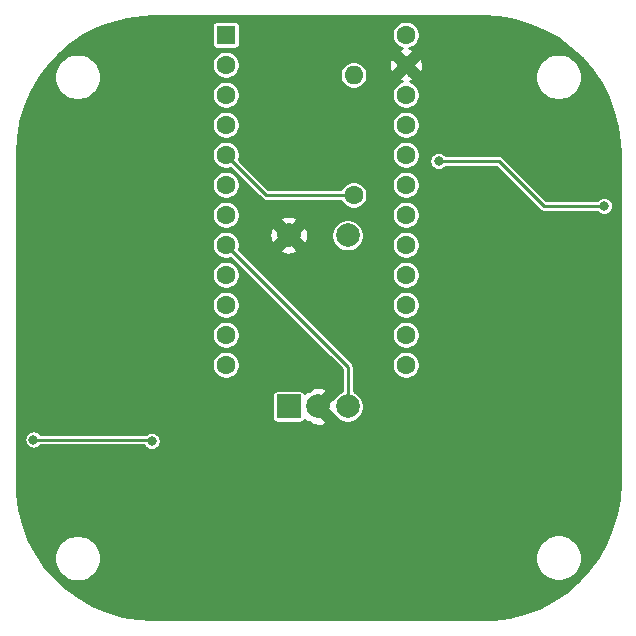
<source format=gbr>
%TF.GenerationSoftware,KiCad,Pcbnew,(5.1.10)-1*%
%TF.CreationDate,2021-11-16T11:27:34+01:00*%
%TF.ProjectId,VolumeKnob,566f6c75-6d65-44b6-9e6f-622e6b696361,rev?*%
%TF.SameCoordinates,Original*%
%TF.FileFunction,Copper,L2,Bot*%
%TF.FilePolarity,Positive*%
%FSLAX46Y46*%
G04 Gerber Fmt 4.6, Leading zero omitted, Abs format (unit mm)*
G04 Created by KiCad (PCBNEW (5.1.10)-1) date 2021-11-16 11:27:34*
%MOMM*%
%LPD*%
G01*
G04 APERTURE LIST*
%TA.AperFunction,ComponentPad*%
%ADD10R,2.000000X2.000000*%
%TD*%
%TA.AperFunction,ComponentPad*%
%ADD11C,2.000000*%
%TD*%
%TA.AperFunction,ComponentPad*%
%ADD12O,1.600000X1.600000*%
%TD*%
%TA.AperFunction,ComponentPad*%
%ADD13C,1.600000*%
%TD*%
%TA.AperFunction,ComponentPad*%
%ADD14R,1.600000X1.600000*%
%TD*%
%TA.AperFunction,ViaPad*%
%ADD15C,0.800000*%
%TD*%
%TA.AperFunction,Conductor*%
%ADD16C,0.250000*%
%TD*%
%TA.AperFunction,Conductor*%
%ADD17C,0.254000*%
%TD*%
%TA.AperFunction,Conductor*%
%ADD18C,0.100000*%
%TD*%
G04 APERTURE END LIST*
D10*
%TO.P,SW1,A*%
%TO.N,D7*%
X77000000Y-82300000D03*
D11*
%TO.P,SW1,C*%
%TO.N,GND*%
X79500000Y-82300000D03*
%TO.P,SW1,B*%
%TO.N,C6*%
X82000000Y-82300000D03*
%TO.P,SW1,S1*%
%TO.N,GND*%
X77000000Y-67800000D03*
%TO.P,SW1,S2*%
%TO.N,ButtonR*%
X82000000Y-67800000D03*
%TD*%
D12*
%TO.P,R1,2*%
%TO.N,VCC*%
X82500000Y-54240000D03*
D13*
%TO.P,R1,1*%
%TO.N,ButtonR*%
X82500000Y-64400000D03*
%TD*%
D14*
%TO.P,U1,1*%
%TO.N,Net-(U1-Pad1)*%
X71680000Y-50830000D03*
D13*
%TO.P,U1,2*%
%TO.N,Net-(U1-Pad2)*%
X71680000Y-53370000D03*
%TO.P,U1,3*%
%TO.N,Net-(U1-Pad3)*%
X71680000Y-55910000D03*
%TO.P,U1,4*%
%TO.N,Net-(U1-Pad4)*%
X71680000Y-58450000D03*
%TO.P,U1,5*%
%TO.N,ButtonR*%
X71680000Y-60990000D03*
%TO.P,U1,6*%
%TO.N,Net-(U1-Pad6)*%
X71680000Y-63530000D03*
%TO.P,U1,7*%
%TO.N,Net-(U1-Pad7)*%
X71680000Y-66070000D03*
%TO.P,U1,8*%
%TO.N,C6*%
X71680000Y-68610000D03*
%TO.P,U1,9*%
%TO.N,D7*%
X71680000Y-71150000D03*
%TO.P,U1,10*%
%TO.N,DIN*%
X71680000Y-73690000D03*
%TO.P,U1,11*%
%TO.N,Net-(U1-Pad11)*%
X71680000Y-76230000D03*
%TO.P,U1,12*%
%TO.N,Net-(U1-Pad12)*%
X71680000Y-78770000D03*
%TO.P,U1,13*%
%TO.N,Net-(U1-Pad13)*%
X86920000Y-78770000D03*
%TO.P,U1,14*%
%TO.N,Net-(U1-Pad14)*%
X86920000Y-76230000D03*
%TO.P,U1,15*%
%TO.N,Net-(U1-Pad15)*%
X86920000Y-73690000D03*
%TO.P,U1,16*%
%TO.N,Net-(U1-Pad16)*%
X86920000Y-71150000D03*
%TO.P,U1,17*%
%TO.N,Net-(U1-Pad17)*%
X86920000Y-68610000D03*
%TO.P,U1,18*%
%TO.N,Net-(U1-Pad18)*%
X86920000Y-66070000D03*
%TO.P,U1,19*%
%TO.N,Net-(U1-Pad19)*%
X86920000Y-63530000D03*
%TO.P,U1,20*%
%TO.N,Net-(U1-Pad20)*%
X86920000Y-60990000D03*
%TO.P,U1,21*%
%TO.N,VCC*%
X86920000Y-58450000D03*
%TO.P,U1,22*%
%TO.N,Net-(U1-Pad22)*%
X86920000Y-55910000D03*
%TO.P,U1,23*%
%TO.N,GND*%
X86920000Y-53370000D03*
%TO.P,U1,24*%
%TO.N,Net-(U1-Pad24)*%
X86920000Y-50830000D03*
%TD*%
D15*
%TO.N,VCC*%
X55400000Y-85100000D03*
X65400000Y-85200000D03*
%TO.N,Net-(D1-Pad4)*%
X103700000Y-65300000D03*
X89700000Y-61500000D03*
%TO.N,GND*%
X58810000Y-60790000D03*
%TD*%
D16*
%TO.N,VCC*%
X65300000Y-85100000D02*
X65400000Y-85200000D01*
X55400000Y-85100000D02*
X65300000Y-85100000D01*
%TO.N,ButtonR*%
X75090000Y-64400000D02*
X71680000Y-60990000D01*
X82500000Y-64400000D02*
X75090000Y-64400000D01*
%TO.N,Net-(D1-Pad4)*%
X89700000Y-61500000D02*
X94800000Y-61500000D01*
X98600000Y-65300000D02*
X103700000Y-65300000D01*
X94800000Y-61500000D02*
X98600000Y-65300000D01*
%TO.N,C6*%
X71680000Y-69244998D02*
X71680000Y-68610000D01*
X82000000Y-78930000D02*
X82000000Y-82300000D01*
X71680000Y-68610000D02*
X82000000Y-78930000D01*
%TD*%
D17*
%TO.N,GND*%
X94824242Y-49354949D02*
X96130921Y-49583001D01*
X97402734Y-49959730D01*
X98622824Y-50480142D01*
X99775003Y-51137333D01*
X100844021Y-51922603D01*
X101815692Y-52825536D01*
X102677142Y-53834165D01*
X103416958Y-54935127D01*
X104025327Y-56113818D01*
X104494191Y-57354629D01*
X104817332Y-58641108D01*
X104991121Y-59961165D01*
X105022201Y-60808782D01*
X105022200Y-88786232D01*
X104945051Y-90124242D01*
X104716999Y-91430923D01*
X104340270Y-92702734D01*
X103819857Y-93922827D01*
X103162667Y-95075003D01*
X102377396Y-96144021D01*
X101474464Y-97115693D01*
X100465835Y-97977142D01*
X99364869Y-98716960D01*
X98186178Y-99325329D01*
X96945374Y-99794190D01*
X95658893Y-100117331D01*
X94338835Y-100291121D01*
X93491246Y-100322200D01*
X65513768Y-100322200D01*
X64175758Y-100245051D01*
X62869077Y-100016999D01*
X61597266Y-99640270D01*
X60377173Y-99119857D01*
X59224997Y-98462667D01*
X58155979Y-97677396D01*
X57184307Y-96774464D01*
X56322858Y-95765835D01*
X55771418Y-94945204D01*
X57152200Y-94945204D01*
X57152200Y-95334796D01*
X57228205Y-95716903D01*
X57377296Y-96076840D01*
X57593742Y-96400774D01*
X57869226Y-96676258D01*
X58193160Y-96892704D01*
X58553097Y-97041795D01*
X58935204Y-97117800D01*
X59324796Y-97117800D01*
X59706903Y-97041795D01*
X60066840Y-96892704D01*
X60390774Y-96676258D01*
X60666258Y-96400774D01*
X60882704Y-96076840D01*
X61031795Y-95716903D01*
X61107800Y-95334796D01*
X61107800Y-94945204D01*
X61101833Y-94915204D01*
X97872200Y-94915204D01*
X97872200Y-95304796D01*
X97948205Y-95686903D01*
X98097296Y-96046840D01*
X98313742Y-96370774D01*
X98589226Y-96646258D01*
X98913160Y-96862704D01*
X99273097Y-97011795D01*
X99655204Y-97087800D01*
X100044796Y-97087800D01*
X100426903Y-97011795D01*
X100786840Y-96862704D01*
X101110774Y-96646258D01*
X101386258Y-96370774D01*
X101602704Y-96046840D01*
X101751795Y-95686903D01*
X101827800Y-95304796D01*
X101827800Y-94915204D01*
X101751795Y-94533097D01*
X101602704Y-94173160D01*
X101386258Y-93849226D01*
X101110774Y-93573742D01*
X100786840Y-93357296D01*
X100426903Y-93208205D01*
X100044796Y-93132200D01*
X99655204Y-93132200D01*
X99273097Y-93208205D01*
X98913160Y-93357296D01*
X98589226Y-93573742D01*
X98313742Y-93849226D01*
X98097296Y-94173160D01*
X97948205Y-94533097D01*
X97872200Y-94915204D01*
X61101833Y-94915204D01*
X61031795Y-94563097D01*
X60882704Y-94203160D01*
X60666258Y-93879226D01*
X60390774Y-93603742D01*
X60066840Y-93387296D01*
X59706903Y-93238205D01*
X59324796Y-93162200D01*
X58935204Y-93162200D01*
X58553097Y-93238205D01*
X58193160Y-93387296D01*
X57869226Y-93603742D01*
X57593742Y-93879226D01*
X57377296Y-94203160D01*
X57228205Y-94563097D01*
X57152200Y-94945204D01*
X55771418Y-94945204D01*
X55583040Y-94664869D01*
X54974671Y-93486178D01*
X54505810Y-92245374D01*
X54182669Y-90958893D01*
X54008879Y-89638835D01*
X53977800Y-88791246D01*
X53977800Y-85023393D01*
X54622200Y-85023393D01*
X54622200Y-85176607D01*
X54652091Y-85326876D01*
X54710723Y-85468426D01*
X54795844Y-85595818D01*
X54904182Y-85704156D01*
X55031574Y-85789277D01*
X55173124Y-85847909D01*
X55323393Y-85877800D01*
X55476607Y-85877800D01*
X55626876Y-85847909D01*
X55768426Y-85789277D01*
X55895818Y-85704156D01*
X55997174Y-85602800D01*
X64733691Y-85602800D01*
X64795844Y-85695818D01*
X64904182Y-85804156D01*
X65031574Y-85889277D01*
X65173124Y-85947909D01*
X65323393Y-85977800D01*
X65476607Y-85977800D01*
X65626876Y-85947909D01*
X65768426Y-85889277D01*
X65895818Y-85804156D01*
X66004156Y-85695818D01*
X66089277Y-85568426D01*
X66147909Y-85426876D01*
X66177800Y-85276607D01*
X66177800Y-85123393D01*
X66147909Y-84973124D01*
X66089277Y-84831574D01*
X66004156Y-84704182D01*
X65895818Y-84595844D01*
X65768426Y-84510723D01*
X65626876Y-84452091D01*
X65476607Y-84422200D01*
X65323393Y-84422200D01*
X65173124Y-84452091D01*
X65031574Y-84510723D01*
X64904182Y-84595844D01*
X64902826Y-84597200D01*
X55997174Y-84597200D01*
X55895818Y-84495844D01*
X55768426Y-84410723D01*
X55626876Y-84352091D01*
X55476607Y-84322200D01*
X55323393Y-84322200D01*
X55173124Y-84352091D01*
X55031574Y-84410723D01*
X54904182Y-84495844D01*
X54795844Y-84604182D01*
X54710723Y-84731574D01*
X54652091Y-84873124D01*
X54622200Y-85023393D01*
X53977800Y-85023393D01*
X53977800Y-81300000D01*
X75620372Y-81300000D01*
X75620372Y-83300000D01*
X75627666Y-83374062D01*
X75649269Y-83445277D01*
X75684351Y-83510910D01*
X75731562Y-83568438D01*
X75789090Y-83615649D01*
X75854723Y-83650731D01*
X75925938Y-83672334D01*
X76000000Y-83679628D01*
X78000000Y-83679628D01*
X78074062Y-83672334D01*
X78145277Y-83650731D01*
X78210910Y-83615649D01*
X78268438Y-83568438D01*
X78315649Y-83510910D01*
X78340973Y-83463532D01*
X78602473Y-83725032D01*
X78747975Y-83579530D01*
X78861302Y-83813678D01*
X79168877Y-83909197D01*
X79489178Y-83942875D01*
X79809895Y-83913418D01*
X80118703Y-83821960D01*
X80138698Y-83813678D01*
X80252026Y-83579527D01*
X79500000Y-82827502D01*
X79485858Y-82841644D01*
X78958356Y-82314142D01*
X78972498Y-82300000D01*
X78958356Y-82285858D01*
X79485858Y-81758356D01*
X79500000Y-81772498D01*
X80252026Y-81020473D01*
X80138698Y-80786322D01*
X79831123Y-80690803D01*
X79510822Y-80657125D01*
X79190105Y-80686582D01*
X78881297Y-80778040D01*
X78861302Y-80786322D01*
X78747975Y-81020470D01*
X78602473Y-80874968D01*
X78340973Y-81136468D01*
X78315649Y-81089090D01*
X78268438Y-81031562D01*
X78210910Y-80984351D01*
X78145277Y-80949269D01*
X78074062Y-80927666D01*
X78000000Y-80920372D01*
X76000000Y-80920372D01*
X75925938Y-80927666D01*
X75854723Y-80949269D01*
X75789090Y-80984351D01*
X75731562Y-81031562D01*
X75684351Y-81089090D01*
X75649269Y-81154723D01*
X75627666Y-81225938D01*
X75620372Y-81300000D01*
X53977800Y-81300000D01*
X53977800Y-78653997D01*
X70502200Y-78653997D01*
X70502200Y-78886003D01*
X70547462Y-79113552D01*
X70636247Y-79327898D01*
X70765143Y-79520804D01*
X70929196Y-79684857D01*
X71122102Y-79813753D01*
X71336448Y-79902538D01*
X71563997Y-79947800D01*
X71796003Y-79947800D01*
X72023552Y-79902538D01*
X72237898Y-79813753D01*
X72430804Y-79684857D01*
X72594857Y-79520804D01*
X72723753Y-79327898D01*
X72812538Y-79113552D01*
X72857800Y-78886003D01*
X72857800Y-78653997D01*
X72812538Y-78426448D01*
X72723753Y-78212102D01*
X72594857Y-78019196D01*
X72430804Y-77855143D01*
X72237898Y-77726247D01*
X72023552Y-77637462D01*
X71796003Y-77592200D01*
X71563997Y-77592200D01*
X71336448Y-77637462D01*
X71122102Y-77726247D01*
X70929196Y-77855143D01*
X70765143Y-78019196D01*
X70636247Y-78212102D01*
X70547462Y-78426448D01*
X70502200Y-78653997D01*
X53977800Y-78653997D01*
X53977800Y-76113997D01*
X70502200Y-76113997D01*
X70502200Y-76346003D01*
X70547462Y-76573552D01*
X70636247Y-76787898D01*
X70765143Y-76980804D01*
X70929196Y-77144857D01*
X71122102Y-77273753D01*
X71336448Y-77362538D01*
X71563997Y-77407800D01*
X71796003Y-77407800D01*
X72023552Y-77362538D01*
X72237898Y-77273753D01*
X72430804Y-77144857D01*
X72594857Y-76980804D01*
X72723753Y-76787898D01*
X72812538Y-76573552D01*
X72857800Y-76346003D01*
X72857800Y-76113997D01*
X72812538Y-75886448D01*
X72723753Y-75672102D01*
X72594857Y-75479196D01*
X72430804Y-75315143D01*
X72237898Y-75186247D01*
X72023552Y-75097462D01*
X71796003Y-75052200D01*
X71563997Y-75052200D01*
X71336448Y-75097462D01*
X71122102Y-75186247D01*
X70929196Y-75315143D01*
X70765143Y-75479196D01*
X70636247Y-75672102D01*
X70547462Y-75886448D01*
X70502200Y-76113997D01*
X53977800Y-76113997D01*
X53977800Y-73573997D01*
X70502200Y-73573997D01*
X70502200Y-73806003D01*
X70547462Y-74033552D01*
X70636247Y-74247898D01*
X70765143Y-74440804D01*
X70929196Y-74604857D01*
X71122102Y-74733753D01*
X71336448Y-74822538D01*
X71563997Y-74867800D01*
X71796003Y-74867800D01*
X72023552Y-74822538D01*
X72237898Y-74733753D01*
X72430804Y-74604857D01*
X72594857Y-74440804D01*
X72723753Y-74247898D01*
X72812538Y-74033552D01*
X72857800Y-73806003D01*
X72857800Y-73573997D01*
X72812538Y-73346448D01*
X72723753Y-73132102D01*
X72594857Y-72939196D01*
X72430804Y-72775143D01*
X72237898Y-72646247D01*
X72023552Y-72557462D01*
X71796003Y-72512200D01*
X71563997Y-72512200D01*
X71336448Y-72557462D01*
X71122102Y-72646247D01*
X70929196Y-72775143D01*
X70765143Y-72939196D01*
X70636247Y-73132102D01*
X70547462Y-73346448D01*
X70502200Y-73573997D01*
X53977800Y-73573997D01*
X53977800Y-71033997D01*
X70502200Y-71033997D01*
X70502200Y-71266003D01*
X70547462Y-71493552D01*
X70636247Y-71707898D01*
X70765143Y-71900804D01*
X70929196Y-72064857D01*
X71122102Y-72193753D01*
X71336448Y-72282538D01*
X71563997Y-72327800D01*
X71796003Y-72327800D01*
X72023552Y-72282538D01*
X72237898Y-72193753D01*
X72430804Y-72064857D01*
X72594857Y-71900804D01*
X72723753Y-71707898D01*
X72812538Y-71493552D01*
X72857800Y-71266003D01*
X72857800Y-71033997D01*
X72812538Y-70806448D01*
X72723753Y-70592102D01*
X72594857Y-70399196D01*
X72430804Y-70235143D01*
X72237898Y-70106247D01*
X72023552Y-70017462D01*
X71796003Y-69972200D01*
X71563997Y-69972200D01*
X71336448Y-70017462D01*
X71122102Y-70106247D01*
X70929196Y-70235143D01*
X70765143Y-70399196D01*
X70636247Y-70592102D01*
X70547462Y-70806448D01*
X70502200Y-71033997D01*
X53977800Y-71033997D01*
X53977800Y-68493997D01*
X70502200Y-68493997D01*
X70502200Y-68726003D01*
X70547462Y-68953552D01*
X70636247Y-69167898D01*
X70765143Y-69360804D01*
X70929196Y-69524857D01*
X71122102Y-69653753D01*
X71336448Y-69742538D01*
X71563997Y-69787800D01*
X71796003Y-69787800D01*
X72023552Y-69742538D01*
X72078650Y-69719716D01*
X81497200Y-79138267D01*
X81497201Y-81016946D01*
X81347367Y-81079009D01*
X81121703Y-81229793D01*
X80929793Y-81421703D01*
X80829319Y-81572073D01*
X80779527Y-81547974D01*
X80027502Y-82300000D01*
X80779527Y-83052026D01*
X80829319Y-83027927D01*
X80929793Y-83178297D01*
X81121703Y-83370207D01*
X81347367Y-83520991D01*
X81598110Y-83624852D01*
X81864299Y-83677800D01*
X82135701Y-83677800D01*
X82401890Y-83624852D01*
X82652633Y-83520991D01*
X82878297Y-83370207D01*
X83070207Y-83178297D01*
X83220991Y-82952633D01*
X83324852Y-82701890D01*
X83377800Y-82435701D01*
X83377800Y-82164299D01*
X83324852Y-81898110D01*
X83220991Y-81647367D01*
X83070207Y-81421703D01*
X82878297Y-81229793D01*
X82652633Y-81079009D01*
X82502800Y-81016946D01*
X82502800Y-78954692D01*
X82505232Y-78930000D01*
X82495524Y-78831434D01*
X82466774Y-78736657D01*
X82466774Y-78736656D01*
X82422592Y-78653997D01*
X85742200Y-78653997D01*
X85742200Y-78886003D01*
X85787462Y-79113552D01*
X85876247Y-79327898D01*
X86005143Y-79520804D01*
X86169196Y-79684857D01*
X86362102Y-79813753D01*
X86576448Y-79902538D01*
X86803997Y-79947800D01*
X87036003Y-79947800D01*
X87263552Y-79902538D01*
X87477898Y-79813753D01*
X87670804Y-79684857D01*
X87834857Y-79520804D01*
X87963753Y-79327898D01*
X88052538Y-79113552D01*
X88097800Y-78886003D01*
X88097800Y-78653997D01*
X88052538Y-78426448D01*
X87963753Y-78212102D01*
X87834857Y-78019196D01*
X87670804Y-77855143D01*
X87477898Y-77726247D01*
X87263552Y-77637462D01*
X87036003Y-77592200D01*
X86803997Y-77592200D01*
X86576448Y-77637462D01*
X86362102Y-77726247D01*
X86169196Y-77855143D01*
X86005143Y-78019196D01*
X85876247Y-78212102D01*
X85787462Y-78426448D01*
X85742200Y-78653997D01*
X82422592Y-78653997D01*
X82420085Y-78649308D01*
X82357253Y-78572747D01*
X82338075Y-78557008D01*
X79895064Y-76113997D01*
X85742200Y-76113997D01*
X85742200Y-76346003D01*
X85787462Y-76573552D01*
X85876247Y-76787898D01*
X86005143Y-76980804D01*
X86169196Y-77144857D01*
X86362102Y-77273753D01*
X86576448Y-77362538D01*
X86803997Y-77407800D01*
X87036003Y-77407800D01*
X87263552Y-77362538D01*
X87477898Y-77273753D01*
X87670804Y-77144857D01*
X87834857Y-76980804D01*
X87963753Y-76787898D01*
X88052538Y-76573552D01*
X88097800Y-76346003D01*
X88097800Y-76113997D01*
X88052538Y-75886448D01*
X87963753Y-75672102D01*
X87834857Y-75479196D01*
X87670804Y-75315143D01*
X87477898Y-75186247D01*
X87263552Y-75097462D01*
X87036003Y-75052200D01*
X86803997Y-75052200D01*
X86576448Y-75097462D01*
X86362102Y-75186247D01*
X86169196Y-75315143D01*
X86005143Y-75479196D01*
X85876247Y-75672102D01*
X85787462Y-75886448D01*
X85742200Y-76113997D01*
X79895064Y-76113997D01*
X77355064Y-73573997D01*
X85742200Y-73573997D01*
X85742200Y-73806003D01*
X85787462Y-74033552D01*
X85876247Y-74247898D01*
X86005143Y-74440804D01*
X86169196Y-74604857D01*
X86362102Y-74733753D01*
X86576448Y-74822538D01*
X86803997Y-74867800D01*
X87036003Y-74867800D01*
X87263552Y-74822538D01*
X87477898Y-74733753D01*
X87670804Y-74604857D01*
X87834857Y-74440804D01*
X87963753Y-74247898D01*
X88052538Y-74033552D01*
X88097800Y-73806003D01*
X88097800Y-73573997D01*
X88052538Y-73346448D01*
X87963753Y-73132102D01*
X87834857Y-72939196D01*
X87670804Y-72775143D01*
X87477898Y-72646247D01*
X87263552Y-72557462D01*
X87036003Y-72512200D01*
X86803997Y-72512200D01*
X86576448Y-72557462D01*
X86362102Y-72646247D01*
X86169196Y-72775143D01*
X86005143Y-72939196D01*
X85876247Y-73132102D01*
X85787462Y-73346448D01*
X85742200Y-73573997D01*
X77355064Y-73573997D01*
X74815064Y-71033997D01*
X85742200Y-71033997D01*
X85742200Y-71266003D01*
X85787462Y-71493552D01*
X85876247Y-71707898D01*
X86005143Y-71900804D01*
X86169196Y-72064857D01*
X86362102Y-72193753D01*
X86576448Y-72282538D01*
X86803997Y-72327800D01*
X87036003Y-72327800D01*
X87263552Y-72282538D01*
X87477898Y-72193753D01*
X87670804Y-72064857D01*
X87834857Y-71900804D01*
X87963753Y-71707898D01*
X88052538Y-71493552D01*
X88097800Y-71266003D01*
X88097800Y-71033997D01*
X88052538Y-70806448D01*
X87963753Y-70592102D01*
X87834857Y-70399196D01*
X87670804Y-70235143D01*
X87477898Y-70106247D01*
X87263552Y-70017462D01*
X87036003Y-69972200D01*
X86803997Y-69972200D01*
X86576448Y-70017462D01*
X86362102Y-70106247D01*
X86169196Y-70235143D01*
X86005143Y-70399196D01*
X85876247Y-70592102D01*
X85787462Y-70806448D01*
X85742200Y-71033997D01*
X74815064Y-71033997D01*
X72860594Y-69079527D01*
X76247974Y-69079527D01*
X76361302Y-69313678D01*
X76668877Y-69409197D01*
X76989178Y-69442875D01*
X77309895Y-69413418D01*
X77618703Y-69321960D01*
X77638698Y-69313678D01*
X77752026Y-69079527D01*
X77000000Y-68327502D01*
X76247974Y-69079527D01*
X72860594Y-69079527D01*
X72789716Y-69008650D01*
X72812538Y-68953552D01*
X72857800Y-68726003D01*
X72857800Y-68493997D01*
X72812538Y-68266448D01*
X72723753Y-68052102D01*
X72594857Y-67859196D01*
X72524839Y-67789178D01*
X75357125Y-67789178D01*
X75386582Y-68109895D01*
X75478040Y-68418703D01*
X75486322Y-68438698D01*
X75720473Y-68552026D01*
X76472498Y-67800000D01*
X77527502Y-67800000D01*
X78279527Y-68552026D01*
X78513678Y-68438698D01*
X78609197Y-68131123D01*
X78642875Y-67810822D01*
X78629418Y-67664299D01*
X80622200Y-67664299D01*
X80622200Y-67935701D01*
X80675148Y-68201890D01*
X80779009Y-68452633D01*
X80929793Y-68678297D01*
X81121703Y-68870207D01*
X81347367Y-69020991D01*
X81598110Y-69124852D01*
X81864299Y-69177800D01*
X82135701Y-69177800D01*
X82401890Y-69124852D01*
X82652633Y-69020991D01*
X82878297Y-68870207D01*
X83070207Y-68678297D01*
X83193352Y-68493997D01*
X85742200Y-68493997D01*
X85742200Y-68726003D01*
X85787462Y-68953552D01*
X85876247Y-69167898D01*
X86005143Y-69360804D01*
X86169196Y-69524857D01*
X86362102Y-69653753D01*
X86576448Y-69742538D01*
X86803997Y-69787800D01*
X87036003Y-69787800D01*
X87263552Y-69742538D01*
X87477898Y-69653753D01*
X87670804Y-69524857D01*
X87834857Y-69360804D01*
X87963753Y-69167898D01*
X88052538Y-68953552D01*
X88097800Y-68726003D01*
X88097800Y-68493997D01*
X88052538Y-68266448D01*
X87963753Y-68052102D01*
X87834857Y-67859196D01*
X87670804Y-67695143D01*
X87477898Y-67566247D01*
X87263552Y-67477462D01*
X87036003Y-67432200D01*
X86803997Y-67432200D01*
X86576448Y-67477462D01*
X86362102Y-67566247D01*
X86169196Y-67695143D01*
X86005143Y-67859196D01*
X85876247Y-68052102D01*
X85787462Y-68266448D01*
X85742200Y-68493997D01*
X83193352Y-68493997D01*
X83220991Y-68452633D01*
X83324852Y-68201890D01*
X83377800Y-67935701D01*
X83377800Y-67664299D01*
X83324852Y-67398110D01*
X83220991Y-67147367D01*
X83070207Y-66921703D01*
X82878297Y-66729793D01*
X82652633Y-66579009D01*
X82401890Y-66475148D01*
X82135701Y-66422200D01*
X81864299Y-66422200D01*
X81598110Y-66475148D01*
X81347367Y-66579009D01*
X81121703Y-66729793D01*
X80929793Y-66921703D01*
X80779009Y-67147367D01*
X80675148Y-67398110D01*
X80622200Y-67664299D01*
X78629418Y-67664299D01*
X78613418Y-67490105D01*
X78521960Y-67181297D01*
X78513678Y-67161302D01*
X78279527Y-67047974D01*
X77527502Y-67800000D01*
X76472498Y-67800000D01*
X75720473Y-67047974D01*
X75486322Y-67161302D01*
X75390803Y-67468877D01*
X75357125Y-67789178D01*
X72524839Y-67789178D01*
X72430804Y-67695143D01*
X72237898Y-67566247D01*
X72023552Y-67477462D01*
X71796003Y-67432200D01*
X71563997Y-67432200D01*
X71336448Y-67477462D01*
X71122102Y-67566247D01*
X70929196Y-67695143D01*
X70765143Y-67859196D01*
X70636247Y-68052102D01*
X70547462Y-68266448D01*
X70502200Y-68493997D01*
X53977800Y-68493997D01*
X53977800Y-65953997D01*
X70502200Y-65953997D01*
X70502200Y-66186003D01*
X70547462Y-66413552D01*
X70636247Y-66627898D01*
X70765143Y-66820804D01*
X70929196Y-66984857D01*
X71122102Y-67113753D01*
X71336448Y-67202538D01*
X71563997Y-67247800D01*
X71796003Y-67247800D01*
X72023552Y-67202538D01*
X72237898Y-67113753D01*
X72430804Y-66984857D01*
X72594857Y-66820804D01*
X72723753Y-66627898D01*
X72768249Y-66520473D01*
X76247974Y-66520473D01*
X77000000Y-67272498D01*
X77752026Y-66520473D01*
X77638698Y-66286322D01*
X77331123Y-66190803D01*
X77010822Y-66157125D01*
X76690105Y-66186582D01*
X76381297Y-66278040D01*
X76361302Y-66286322D01*
X76247974Y-66520473D01*
X72768249Y-66520473D01*
X72812538Y-66413552D01*
X72857800Y-66186003D01*
X72857800Y-65953997D01*
X85742200Y-65953997D01*
X85742200Y-66186003D01*
X85787462Y-66413552D01*
X85876247Y-66627898D01*
X86005143Y-66820804D01*
X86169196Y-66984857D01*
X86362102Y-67113753D01*
X86576448Y-67202538D01*
X86803997Y-67247800D01*
X87036003Y-67247800D01*
X87263552Y-67202538D01*
X87477898Y-67113753D01*
X87670804Y-66984857D01*
X87834857Y-66820804D01*
X87963753Y-66627898D01*
X88052538Y-66413552D01*
X88097800Y-66186003D01*
X88097800Y-65953997D01*
X88052538Y-65726448D01*
X87963753Y-65512102D01*
X87834857Y-65319196D01*
X87670804Y-65155143D01*
X87477898Y-65026247D01*
X87263552Y-64937462D01*
X87036003Y-64892200D01*
X86803997Y-64892200D01*
X86576448Y-64937462D01*
X86362102Y-65026247D01*
X86169196Y-65155143D01*
X86005143Y-65319196D01*
X85876247Y-65512102D01*
X85787462Y-65726448D01*
X85742200Y-65953997D01*
X72857800Y-65953997D01*
X72812538Y-65726448D01*
X72723753Y-65512102D01*
X72594857Y-65319196D01*
X72430804Y-65155143D01*
X72237898Y-65026247D01*
X72023552Y-64937462D01*
X71796003Y-64892200D01*
X71563997Y-64892200D01*
X71336448Y-64937462D01*
X71122102Y-65026247D01*
X70929196Y-65155143D01*
X70765143Y-65319196D01*
X70636247Y-65512102D01*
X70547462Y-65726448D01*
X70502200Y-65953997D01*
X53977800Y-65953997D01*
X53977800Y-63413997D01*
X70502200Y-63413997D01*
X70502200Y-63646003D01*
X70547462Y-63873552D01*
X70636247Y-64087898D01*
X70765143Y-64280804D01*
X70929196Y-64444857D01*
X71122102Y-64573753D01*
X71336448Y-64662538D01*
X71563997Y-64707800D01*
X71796003Y-64707800D01*
X72023552Y-64662538D01*
X72237898Y-64573753D01*
X72430804Y-64444857D01*
X72594857Y-64280804D01*
X72723753Y-64087898D01*
X72812538Y-63873552D01*
X72857800Y-63646003D01*
X72857800Y-63413997D01*
X72812538Y-63186448D01*
X72723753Y-62972102D01*
X72594857Y-62779196D01*
X72430804Y-62615143D01*
X72237898Y-62486247D01*
X72023552Y-62397462D01*
X71796003Y-62352200D01*
X71563997Y-62352200D01*
X71336448Y-62397462D01*
X71122102Y-62486247D01*
X70929196Y-62615143D01*
X70765143Y-62779196D01*
X70636247Y-62972102D01*
X70547462Y-63186448D01*
X70502200Y-63413997D01*
X53977800Y-63413997D01*
X53977800Y-60873997D01*
X70502200Y-60873997D01*
X70502200Y-61106003D01*
X70547462Y-61333552D01*
X70636247Y-61547898D01*
X70765143Y-61740804D01*
X70929196Y-61904857D01*
X71122102Y-62033753D01*
X71336448Y-62122538D01*
X71563997Y-62167800D01*
X71796003Y-62167800D01*
X72023552Y-62122538D01*
X72078650Y-62099716D01*
X74717004Y-64738070D01*
X74732747Y-64757253D01*
X74809308Y-64820085D01*
X74896656Y-64866774D01*
X74991434Y-64895524D01*
X75065308Y-64902800D01*
X75065317Y-64902800D01*
X75089999Y-64905231D01*
X75114681Y-64902800D01*
X81433425Y-64902800D01*
X81456247Y-64957898D01*
X81585143Y-65150804D01*
X81749196Y-65314857D01*
X81942102Y-65443753D01*
X82156448Y-65532538D01*
X82383997Y-65577800D01*
X82616003Y-65577800D01*
X82843552Y-65532538D01*
X83057898Y-65443753D01*
X83250804Y-65314857D01*
X83414857Y-65150804D01*
X83543753Y-64957898D01*
X83632538Y-64743552D01*
X83677800Y-64516003D01*
X83677800Y-64283997D01*
X83632538Y-64056448D01*
X83543753Y-63842102D01*
X83414857Y-63649196D01*
X83250804Y-63485143D01*
X83144327Y-63413997D01*
X85742200Y-63413997D01*
X85742200Y-63646003D01*
X85787462Y-63873552D01*
X85876247Y-64087898D01*
X86005143Y-64280804D01*
X86169196Y-64444857D01*
X86362102Y-64573753D01*
X86576448Y-64662538D01*
X86803997Y-64707800D01*
X87036003Y-64707800D01*
X87263552Y-64662538D01*
X87477898Y-64573753D01*
X87670804Y-64444857D01*
X87834857Y-64280804D01*
X87963753Y-64087898D01*
X88052538Y-63873552D01*
X88097800Y-63646003D01*
X88097800Y-63413997D01*
X88052538Y-63186448D01*
X87963753Y-62972102D01*
X87834857Y-62779196D01*
X87670804Y-62615143D01*
X87477898Y-62486247D01*
X87263552Y-62397462D01*
X87036003Y-62352200D01*
X86803997Y-62352200D01*
X86576448Y-62397462D01*
X86362102Y-62486247D01*
X86169196Y-62615143D01*
X86005143Y-62779196D01*
X85876247Y-62972102D01*
X85787462Y-63186448D01*
X85742200Y-63413997D01*
X83144327Y-63413997D01*
X83057898Y-63356247D01*
X82843552Y-63267462D01*
X82616003Y-63222200D01*
X82383997Y-63222200D01*
X82156448Y-63267462D01*
X81942102Y-63356247D01*
X81749196Y-63485143D01*
X81585143Y-63649196D01*
X81456247Y-63842102D01*
X81433425Y-63897200D01*
X75298266Y-63897200D01*
X72789716Y-61388650D01*
X72812538Y-61333552D01*
X72857800Y-61106003D01*
X72857800Y-60873997D01*
X85742200Y-60873997D01*
X85742200Y-61106003D01*
X85787462Y-61333552D01*
X85876247Y-61547898D01*
X86005143Y-61740804D01*
X86169196Y-61904857D01*
X86362102Y-62033753D01*
X86576448Y-62122538D01*
X86803997Y-62167800D01*
X87036003Y-62167800D01*
X87263552Y-62122538D01*
X87477898Y-62033753D01*
X87670804Y-61904857D01*
X87834857Y-61740804D01*
X87963753Y-61547898D01*
X88015324Y-61423393D01*
X88922200Y-61423393D01*
X88922200Y-61576607D01*
X88952091Y-61726876D01*
X89010723Y-61868426D01*
X89095844Y-61995818D01*
X89204182Y-62104156D01*
X89331574Y-62189277D01*
X89473124Y-62247909D01*
X89623393Y-62277800D01*
X89776607Y-62277800D01*
X89926876Y-62247909D01*
X90068426Y-62189277D01*
X90195818Y-62104156D01*
X90297174Y-62002800D01*
X94591734Y-62002800D01*
X98227008Y-65638075D01*
X98242747Y-65657253D01*
X98261925Y-65672992D01*
X98261926Y-65672993D01*
X98319308Y-65720085D01*
X98406656Y-65766774D01*
X98501434Y-65795524D01*
X98600000Y-65805232D01*
X98624692Y-65802800D01*
X103102826Y-65802800D01*
X103204182Y-65904156D01*
X103331574Y-65989277D01*
X103473124Y-66047909D01*
X103623393Y-66077800D01*
X103776607Y-66077800D01*
X103926876Y-66047909D01*
X104068426Y-65989277D01*
X104195818Y-65904156D01*
X104304156Y-65795818D01*
X104389277Y-65668426D01*
X104447909Y-65526876D01*
X104477800Y-65376607D01*
X104477800Y-65223393D01*
X104447909Y-65073124D01*
X104389277Y-64931574D01*
X104304156Y-64804182D01*
X104195818Y-64695844D01*
X104068426Y-64610723D01*
X103926876Y-64552091D01*
X103776607Y-64522200D01*
X103623393Y-64522200D01*
X103473124Y-64552091D01*
X103331574Y-64610723D01*
X103204182Y-64695844D01*
X103102826Y-64797200D01*
X98808267Y-64797200D01*
X95172996Y-61161930D01*
X95157253Y-61142747D01*
X95080692Y-61079915D01*
X94993344Y-61033226D01*
X94898566Y-61004476D01*
X94824692Y-60997200D01*
X94800000Y-60994768D01*
X94775308Y-60997200D01*
X90297174Y-60997200D01*
X90195818Y-60895844D01*
X90068426Y-60810723D01*
X89926876Y-60752091D01*
X89776607Y-60722200D01*
X89623393Y-60722200D01*
X89473124Y-60752091D01*
X89331574Y-60810723D01*
X89204182Y-60895844D01*
X89095844Y-61004182D01*
X89010723Y-61131574D01*
X88952091Y-61273124D01*
X88922200Y-61423393D01*
X88015324Y-61423393D01*
X88052538Y-61333552D01*
X88097800Y-61106003D01*
X88097800Y-60873997D01*
X88052538Y-60646448D01*
X87963753Y-60432102D01*
X87834857Y-60239196D01*
X87670804Y-60075143D01*
X87477898Y-59946247D01*
X87263552Y-59857462D01*
X87036003Y-59812200D01*
X86803997Y-59812200D01*
X86576448Y-59857462D01*
X86362102Y-59946247D01*
X86169196Y-60075143D01*
X86005143Y-60239196D01*
X85876247Y-60432102D01*
X85787462Y-60646448D01*
X85742200Y-60873997D01*
X72857800Y-60873997D01*
X72812538Y-60646448D01*
X72723753Y-60432102D01*
X72594857Y-60239196D01*
X72430804Y-60075143D01*
X72237898Y-59946247D01*
X72023552Y-59857462D01*
X71796003Y-59812200D01*
X71563997Y-59812200D01*
X71336448Y-59857462D01*
X71122102Y-59946247D01*
X70929196Y-60075143D01*
X70765143Y-60239196D01*
X70636247Y-60432102D01*
X70547462Y-60646448D01*
X70502200Y-60873997D01*
X53977800Y-60873997D01*
X53977800Y-60813768D01*
X54054949Y-59475758D01*
X54254218Y-58333997D01*
X70502200Y-58333997D01*
X70502200Y-58566003D01*
X70547462Y-58793552D01*
X70636247Y-59007898D01*
X70765143Y-59200804D01*
X70929196Y-59364857D01*
X71122102Y-59493753D01*
X71336448Y-59582538D01*
X71563997Y-59627800D01*
X71796003Y-59627800D01*
X72023552Y-59582538D01*
X72237898Y-59493753D01*
X72430804Y-59364857D01*
X72594857Y-59200804D01*
X72723753Y-59007898D01*
X72812538Y-58793552D01*
X72857800Y-58566003D01*
X72857800Y-58333997D01*
X85742200Y-58333997D01*
X85742200Y-58566003D01*
X85787462Y-58793552D01*
X85876247Y-59007898D01*
X86005143Y-59200804D01*
X86169196Y-59364857D01*
X86362102Y-59493753D01*
X86576448Y-59582538D01*
X86803997Y-59627800D01*
X87036003Y-59627800D01*
X87263552Y-59582538D01*
X87477898Y-59493753D01*
X87670804Y-59364857D01*
X87834857Y-59200804D01*
X87963753Y-59007898D01*
X88052538Y-58793552D01*
X88097800Y-58566003D01*
X88097800Y-58333997D01*
X88052538Y-58106448D01*
X87963753Y-57892102D01*
X87834857Y-57699196D01*
X87670804Y-57535143D01*
X87477898Y-57406247D01*
X87263552Y-57317462D01*
X87036003Y-57272200D01*
X86803997Y-57272200D01*
X86576448Y-57317462D01*
X86362102Y-57406247D01*
X86169196Y-57535143D01*
X86005143Y-57699196D01*
X85876247Y-57892102D01*
X85787462Y-58106448D01*
X85742200Y-58333997D01*
X72857800Y-58333997D01*
X72812538Y-58106448D01*
X72723753Y-57892102D01*
X72594857Y-57699196D01*
X72430804Y-57535143D01*
X72237898Y-57406247D01*
X72023552Y-57317462D01*
X71796003Y-57272200D01*
X71563997Y-57272200D01*
X71336448Y-57317462D01*
X71122102Y-57406247D01*
X70929196Y-57535143D01*
X70765143Y-57699196D01*
X70636247Y-57892102D01*
X70547462Y-58106448D01*
X70502200Y-58333997D01*
X54254218Y-58333997D01*
X54283001Y-58169079D01*
X54659730Y-56897266D01*
X55180142Y-55677176D01*
X55837333Y-54524997D01*
X56072243Y-54205204D01*
X57152200Y-54205204D01*
X57152200Y-54594796D01*
X57228205Y-54976903D01*
X57377296Y-55336840D01*
X57593742Y-55660774D01*
X57869226Y-55936258D01*
X58193160Y-56152704D01*
X58553097Y-56301795D01*
X58935204Y-56377800D01*
X59324796Y-56377800D01*
X59706903Y-56301795D01*
X60066840Y-56152704D01*
X60390774Y-55936258D01*
X60533035Y-55793997D01*
X70502200Y-55793997D01*
X70502200Y-56026003D01*
X70547462Y-56253552D01*
X70636247Y-56467898D01*
X70765143Y-56660804D01*
X70929196Y-56824857D01*
X71122102Y-56953753D01*
X71336448Y-57042538D01*
X71563997Y-57087800D01*
X71796003Y-57087800D01*
X72023552Y-57042538D01*
X72237898Y-56953753D01*
X72430804Y-56824857D01*
X72594857Y-56660804D01*
X72723753Y-56467898D01*
X72812538Y-56253552D01*
X72857800Y-56026003D01*
X72857800Y-55793997D01*
X85742200Y-55793997D01*
X85742200Y-56026003D01*
X85787462Y-56253552D01*
X85876247Y-56467898D01*
X86005143Y-56660804D01*
X86169196Y-56824857D01*
X86362102Y-56953753D01*
X86576448Y-57042538D01*
X86803997Y-57087800D01*
X87036003Y-57087800D01*
X87263552Y-57042538D01*
X87477898Y-56953753D01*
X87670804Y-56824857D01*
X87834857Y-56660804D01*
X87963753Y-56467898D01*
X88052538Y-56253552D01*
X88097800Y-56026003D01*
X88097800Y-55793997D01*
X88052538Y-55566448D01*
X87963753Y-55352102D01*
X87834857Y-55159196D01*
X87670804Y-54995143D01*
X87477898Y-54866247D01*
X87263552Y-54777462D01*
X87246091Y-54773989D01*
X87436941Y-54716094D01*
X87524424Y-54501926D01*
X87227702Y-54205204D01*
X97872200Y-54205204D01*
X97872200Y-54594796D01*
X97948205Y-54976903D01*
X98097296Y-55336840D01*
X98313742Y-55660774D01*
X98589226Y-55936258D01*
X98913160Y-56152704D01*
X99273097Y-56301795D01*
X99655204Y-56377800D01*
X100044796Y-56377800D01*
X100426903Y-56301795D01*
X100786840Y-56152704D01*
X101110774Y-55936258D01*
X101386258Y-55660774D01*
X101602704Y-55336840D01*
X101751795Y-54976903D01*
X101827800Y-54594796D01*
X101827800Y-54205204D01*
X101751795Y-53823097D01*
X101602704Y-53463160D01*
X101386258Y-53139226D01*
X101110774Y-52863742D01*
X100786840Y-52647296D01*
X100426903Y-52498205D01*
X100044796Y-52422200D01*
X99655204Y-52422200D01*
X99273097Y-52498205D01*
X98913160Y-52647296D01*
X98589226Y-52863742D01*
X98313742Y-53139226D01*
X98097296Y-53463160D01*
X97948205Y-53823097D01*
X97872200Y-54205204D01*
X87227702Y-54205204D01*
X86920000Y-53897502D01*
X86315576Y-54501926D01*
X86403059Y-54716094D01*
X86605269Y-54771729D01*
X86576448Y-54777462D01*
X86362102Y-54866247D01*
X86169196Y-54995143D01*
X86005143Y-55159196D01*
X85876247Y-55352102D01*
X85787462Y-55566448D01*
X85742200Y-55793997D01*
X72857800Y-55793997D01*
X72812538Y-55566448D01*
X72723753Y-55352102D01*
X72594857Y-55159196D01*
X72430804Y-54995143D01*
X72237898Y-54866247D01*
X72023552Y-54777462D01*
X71796003Y-54732200D01*
X71563997Y-54732200D01*
X71336448Y-54777462D01*
X71122102Y-54866247D01*
X70929196Y-54995143D01*
X70765143Y-55159196D01*
X70636247Y-55352102D01*
X70547462Y-55566448D01*
X70502200Y-55793997D01*
X60533035Y-55793997D01*
X60666258Y-55660774D01*
X60882704Y-55336840D01*
X61031795Y-54976903D01*
X61107800Y-54594796D01*
X61107800Y-54205204D01*
X61031795Y-53823097D01*
X60882704Y-53463160D01*
X60742946Y-53253997D01*
X70502200Y-53253997D01*
X70502200Y-53486003D01*
X70547462Y-53713552D01*
X70636247Y-53927898D01*
X70765143Y-54120804D01*
X70929196Y-54284857D01*
X71122102Y-54413753D01*
X71336448Y-54502538D01*
X71563997Y-54547800D01*
X71796003Y-54547800D01*
X72023552Y-54502538D01*
X72237898Y-54413753D01*
X72430804Y-54284857D01*
X72591664Y-54123997D01*
X81322200Y-54123997D01*
X81322200Y-54356003D01*
X81367462Y-54583552D01*
X81456247Y-54797898D01*
X81585143Y-54990804D01*
X81749196Y-55154857D01*
X81942102Y-55283753D01*
X82156448Y-55372538D01*
X82383997Y-55417800D01*
X82616003Y-55417800D01*
X82843552Y-55372538D01*
X83057898Y-55283753D01*
X83250804Y-55154857D01*
X83414857Y-54990804D01*
X83543753Y-54797898D01*
X83632538Y-54583552D01*
X83677800Y-54356003D01*
X83677800Y-54123997D01*
X83632538Y-53896448D01*
X83543753Y-53682102D01*
X83414857Y-53489196D01*
X83333198Y-53407537D01*
X85478546Y-53407537D01*
X85513566Y-53688030D01*
X85573906Y-53886941D01*
X85788074Y-53974424D01*
X86392498Y-53370000D01*
X87447502Y-53370000D01*
X88051926Y-53974424D01*
X88266094Y-53886941D01*
X88341080Y-53614398D01*
X88361454Y-53332463D01*
X88326434Y-53051970D01*
X88266094Y-52853059D01*
X88051926Y-52765576D01*
X87447502Y-53370000D01*
X86392498Y-53370000D01*
X85788074Y-52765576D01*
X85573906Y-52853059D01*
X85498920Y-53125602D01*
X85478546Y-53407537D01*
X83333198Y-53407537D01*
X83250804Y-53325143D01*
X83057898Y-53196247D01*
X82843552Y-53107462D01*
X82616003Y-53062200D01*
X82383997Y-53062200D01*
X82156448Y-53107462D01*
X81942102Y-53196247D01*
X81749196Y-53325143D01*
X81585143Y-53489196D01*
X81456247Y-53682102D01*
X81367462Y-53896448D01*
X81322200Y-54123997D01*
X72591664Y-54123997D01*
X72594857Y-54120804D01*
X72723753Y-53927898D01*
X72812538Y-53713552D01*
X72857800Y-53486003D01*
X72857800Y-53253997D01*
X72812538Y-53026448D01*
X72723753Y-52812102D01*
X72594857Y-52619196D01*
X72430804Y-52455143D01*
X72237898Y-52326247D01*
X72023552Y-52237462D01*
X71796003Y-52192200D01*
X71563997Y-52192200D01*
X71336448Y-52237462D01*
X71122102Y-52326247D01*
X70929196Y-52455143D01*
X70765143Y-52619196D01*
X70636247Y-52812102D01*
X70547462Y-53026448D01*
X70502200Y-53253997D01*
X60742946Y-53253997D01*
X60666258Y-53139226D01*
X60390774Y-52863742D01*
X60066840Y-52647296D01*
X59706903Y-52498205D01*
X59324796Y-52422200D01*
X58935204Y-52422200D01*
X58553097Y-52498205D01*
X58193160Y-52647296D01*
X57869226Y-52863742D01*
X57593742Y-53139226D01*
X57377296Y-53463160D01*
X57228205Y-53823097D01*
X57152200Y-54205204D01*
X56072243Y-54205204D01*
X56622603Y-53455979D01*
X57525536Y-52484308D01*
X58534165Y-51622858D01*
X59635127Y-50883042D01*
X60813818Y-50274673D01*
X61461325Y-50030000D01*
X70500372Y-50030000D01*
X70500372Y-51630000D01*
X70507666Y-51704062D01*
X70529269Y-51775277D01*
X70564351Y-51840910D01*
X70611562Y-51898438D01*
X70669090Y-51945649D01*
X70734723Y-51980731D01*
X70805938Y-52002334D01*
X70880000Y-52009628D01*
X72480000Y-52009628D01*
X72554062Y-52002334D01*
X72625277Y-51980731D01*
X72690910Y-51945649D01*
X72748438Y-51898438D01*
X72795649Y-51840910D01*
X72830731Y-51775277D01*
X72852334Y-51704062D01*
X72859628Y-51630000D01*
X72859628Y-50713997D01*
X85742200Y-50713997D01*
X85742200Y-50946003D01*
X85787462Y-51173552D01*
X85876247Y-51387898D01*
X86005143Y-51580804D01*
X86169196Y-51744857D01*
X86362102Y-51873753D01*
X86576448Y-51962538D01*
X86593909Y-51966011D01*
X86403059Y-52023906D01*
X86315576Y-52238074D01*
X86920000Y-52842498D01*
X87524424Y-52238074D01*
X87436941Y-52023906D01*
X87234731Y-51968271D01*
X87263552Y-51962538D01*
X87477898Y-51873753D01*
X87670804Y-51744857D01*
X87834857Y-51580804D01*
X87963753Y-51387898D01*
X88052538Y-51173552D01*
X88097800Y-50946003D01*
X88097800Y-50713997D01*
X88052538Y-50486448D01*
X87963753Y-50272102D01*
X87834857Y-50079196D01*
X87670804Y-49915143D01*
X87477898Y-49786247D01*
X87263552Y-49697462D01*
X87036003Y-49652200D01*
X86803997Y-49652200D01*
X86576448Y-49697462D01*
X86362102Y-49786247D01*
X86169196Y-49915143D01*
X86005143Y-50079196D01*
X85876247Y-50272102D01*
X85787462Y-50486448D01*
X85742200Y-50713997D01*
X72859628Y-50713997D01*
X72859628Y-50030000D01*
X72852334Y-49955938D01*
X72830731Y-49884723D01*
X72795649Y-49819090D01*
X72748438Y-49761562D01*
X72690910Y-49714351D01*
X72625277Y-49679269D01*
X72554062Y-49657666D01*
X72480000Y-49650372D01*
X70880000Y-49650372D01*
X70805938Y-49657666D01*
X70734723Y-49679269D01*
X70669090Y-49714351D01*
X70611562Y-49761562D01*
X70564351Y-49819090D01*
X70529269Y-49884723D01*
X70507666Y-49955938D01*
X70500372Y-50030000D01*
X61461325Y-50030000D01*
X62054629Y-49805809D01*
X63341108Y-49482668D01*
X64661165Y-49308879D01*
X65508755Y-49277800D01*
X93486232Y-49277800D01*
X94824242Y-49354949D01*
%TA.AperFunction,Conductor*%
D18*
G36*
X94824242Y-49354949D02*
G01*
X96130921Y-49583001D01*
X97402734Y-49959730D01*
X98622824Y-50480142D01*
X99775003Y-51137333D01*
X100844021Y-51922603D01*
X101815692Y-52825536D01*
X102677142Y-53834165D01*
X103416958Y-54935127D01*
X104025327Y-56113818D01*
X104494191Y-57354629D01*
X104817332Y-58641108D01*
X104991121Y-59961165D01*
X105022201Y-60808782D01*
X105022200Y-88786232D01*
X104945051Y-90124242D01*
X104716999Y-91430923D01*
X104340270Y-92702734D01*
X103819857Y-93922827D01*
X103162667Y-95075003D01*
X102377396Y-96144021D01*
X101474464Y-97115693D01*
X100465835Y-97977142D01*
X99364869Y-98716960D01*
X98186178Y-99325329D01*
X96945374Y-99794190D01*
X95658893Y-100117331D01*
X94338835Y-100291121D01*
X93491246Y-100322200D01*
X65513768Y-100322200D01*
X64175758Y-100245051D01*
X62869077Y-100016999D01*
X61597266Y-99640270D01*
X60377173Y-99119857D01*
X59224997Y-98462667D01*
X58155979Y-97677396D01*
X57184307Y-96774464D01*
X56322858Y-95765835D01*
X55771418Y-94945204D01*
X57152200Y-94945204D01*
X57152200Y-95334796D01*
X57228205Y-95716903D01*
X57377296Y-96076840D01*
X57593742Y-96400774D01*
X57869226Y-96676258D01*
X58193160Y-96892704D01*
X58553097Y-97041795D01*
X58935204Y-97117800D01*
X59324796Y-97117800D01*
X59706903Y-97041795D01*
X60066840Y-96892704D01*
X60390774Y-96676258D01*
X60666258Y-96400774D01*
X60882704Y-96076840D01*
X61031795Y-95716903D01*
X61107800Y-95334796D01*
X61107800Y-94945204D01*
X61101833Y-94915204D01*
X97872200Y-94915204D01*
X97872200Y-95304796D01*
X97948205Y-95686903D01*
X98097296Y-96046840D01*
X98313742Y-96370774D01*
X98589226Y-96646258D01*
X98913160Y-96862704D01*
X99273097Y-97011795D01*
X99655204Y-97087800D01*
X100044796Y-97087800D01*
X100426903Y-97011795D01*
X100786840Y-96862704D01*
X101110774Y-96646258D01*
X101386258Y-96370774D01*
X101602704Y-96046840D01*
X101751795Y-95686903D01*
X101827800Y-95304796D01*
X101827800Y-94915204D01*
X101751795Y-94533097D01*
X101602704Y-94173160D01*
X101386258Y-93849226D01*
X101110774Y-93573742D01*
X100786840Y-93357296D01*
X100426903Y-93208205D01*
X100044796Y-93132200D01*
X99655204Y-93132200D01*
X99273097Y-93208205D01*
X98913160Y-93357296D01*
X98589226Y-93573742D01*
X98313742Y-93849226D01*
X98097296Y-94173160D01*
X97948205Y-94533097D01*
X97872200Y-94915204D01*
X61101833Y-94915204D01*
X61031795Y-94563097D01*
X60882704Y-94203160D01*
X60666258Y-93879226D01*
X60390774Y-93603742D01*
X60066840Y-93387296D01*
X59706903Y-93238205D01*
X59324796Y-93162200D01*
X58935204Y-93162200D01*
X58553097Y-93238205D01*
X58193160Y-93387296D01*
X57869226Y-93603742D01*
X57593742Y-93879226D01*
X57377296Y-94203160D01*
X57228205Y-94563097D01*
X57152200Y-94945204D01*
X55771418Y-94945204D01*
X55583040Y-94664869D01*
X54974671Y-93486178D01*
X54505810Y-92245374D01*
X54182669Y-90958893D01*
X54008879Y-89638835D01*
X53977800Y-88791246D01*
X53977800Y-85023393D01*
X54622200Y-85023393D01*
X54622200Y-85176607D01*
X54652091Y-85326876D01*
X54710723Y-85468426D01*
X54795844Y-85595818D01*
X54904182Y-85704156D01*
X55031574Y-85789277D01*
X55173124Y-85847909D01*
X55323393Y-85877800D01*
X55476607Y-85877800D01*
X55626876Y-85847909D01*
X55768426Y-85789277D01*
X55895818Y-85704156D01*
X55997174Y-85602800D01*
X64733691Y-85602800D01*
X64795844Y-85695818D01*
X64904182Y-85804156D01*
X65031574Y-85889277D01*
X65173124Y-85947909D01*
X65323393Y-85977800D01*
X65476607Y-85977800D01*
X65626876Y-85947909D01*
X65768426Y-85889277D01*
X65895818Y-85804156D01*
X66004156Y-85695818D01*
X66089277Y-85568426D01*
X66147909Y-85426876D01*
X66177800Y-85276607D01*
X66177800Y-85123393D01*
X66147909Y-84973124D01*
X66089277Y-84831574D01*
X66004156Y-84704182D01*
X65895818Y-84595844D01*
X65768426Y-84510723D01*
X65626876Y-84452091D01*
X65476607Y-84422200D01*
X65323393Y-84422200D01*
X65173124Y-84452091D01*
X65031574Y-84510723D01*
X64904182Y-84595844D01*
X64902826Y-84597200D01*
X55997174Y-84597200D01*
X55895818Y-84495844D01*
X55768426Y-84410723D01*
X55626876Y-84352091D01*
X55476607Y-84322200D01*
X55323393Y-84322200D01*
X55173124Y-84352091D01*
X55031574Y-84410723D01*
X54904182Y-84495844D01*
X54795844Y-84604182D01*
X54710723Y-84731574D01*
X54652091Y-84873124D01*
X54622200Y-85023393D01*
X53977800Y-85023393D01*
X53977800Y-81300000D01*
X75620372Y-81300000D01*
X75620372Y-83300000D01*
X75627666Y-83374062D01*
X75649269Y-83445277D01*
X75684351Y-83510910D01*
X75731562Y-83568438D01*
X75789090Y-83615649D01*
X75854723Y-83650731D01*
X75925938Y-83672334D01*
X76000000Y-83679628D01*
X78000000Y-83679628D01*
X78074062Y-83672334D01*
X78145277Y-83650731D01*
X78210910Y-83615649D01*
X78268438Y-83568438D01*
X78315649Y-83510910D01*
X78340973Y-83463532D01*
X78602473Y-83725032D01*
X78747975Y-83579530D01*
X78861302Y-83813678D01*
X79168877Y-83909197D01*
X79489178Y-83942875D01*
X79809895Y-83913418D01*
X80118703Y-83821960D01*
X80138698Y-83813678D01*
X80252026Y-83579527D01*
X79500000Y-82827502D01*
X79485858Y-82841644D01*
X78958356Y-82314142D01*
X78972498Y-82300000D01*
X78958356Y-82285858D01*
X79485858Y-81758356D01*
X79500000Y-81772498D01*
X80252026Y-81020473D01*
X80138698Y-80786322D01*
X79831123Y-80690803D01*
X79510822Y-80657125D01*
X79190105Y-80686582D01*
X78881297Y-80778040D01*
X78861302Y-80786322D01*
X78747975Y-81020470D01*
X78602473Y-80874968D01*
X78340973Y-81136468D01*
X78315649Y-81089090D01*
X78268438Y-81031562D01*
X78210910Y-80984351D01*
X78145277Y-80949269D01*
X78074062Y-80927666D01*
X78000000Y-80920372D01*
X76000000Y-80920372D01*
X75925938Y-80927666D01*
X75854723Y-80949269D01*
X75789090Y-80984351D01*
X75731562Y-81031562D01*
X75684351Y-81089090D01*
X75649269Y-81154723D01*
X75627666Y-81225938D01*
X75620372Y-81300000D01*
X53977800Y-81300000D01*
X53977800Y-78653997D01*
X70502200Y-78653997D01*
X70502200Y-78886003D01*
X70547462Y-79113552D01*
X70636247Y-79327898D01*
X70765143Y-79520804D01*
X70929196Y-79684857D01*
X71122102Y-79813753D01*
X71336448Y-79902538D01*
X71563997Y-79947800D01*
X71796003Y-79947800D01*
X72023552Y-79902538D01*
X72237898Y-79813753D01*
X72430804Y-79684857D01*
X72594857Y-79520804D01*
X72723753Y-79327898D01*
X72812538Y-79113552D01*
X72857800Y-78886003D01*
X72857800Y-78653997D01*
X72812538Y-78426448D01*
X72723753Y-78212102D01*
X72594857Y-78019196D01*
X72430804Y-77855143D01*
X72237898Y-77726247D01*
X72023552Y-77637462D01*
X71796003Y-77592200D01*
X71563997Y-77592200D01*
X71336448Y-77637462D01*
X71122102Y-77726247D01*
X70929196Y-77855143D01*
X70765143Y-78019196D01*
X70636247Y-78212102D01*
X70547462Y-78426448D01*
X70502200Y-78653997D01*
X53977800Y-78653997D01*
X53977800Y-76113997D01*
X70502200Y-76113997D01*
X70502200Y-76346003D01*
X70547462Y-76573552D01*
X70636247Y-76787898D01*
X70765143Y-76980804D01*
X70929196Y-77144857D01*
X71122102Y-77273753D01*
X71336448Y-77362538D01*
X71563997Y-77407800D01*
X71796003Y-77407800D01*
X72023552Y-77362538D01*
X72237898Y-77273753D01*
X72430804Y-77144857D01*
X72594857Y-76980804D01*
X72723753Y-76787898D01*
X72812538Y-76573552D01*
X72857800Y-76346003D01*
X72857800Y-76113997D01*
X72812538Y-75886448D01*
X72723753Y-75672102D01*
X72594857Y-75479196D01*
X72430804Y-75315143D01*
X72237898Y-75186247D01*
X72023552Y-75097462D01*
X71796003Y-75052200D01*
X71563997Y-75052200D01*
X71336448Y-75097462D01*
X71122102Y-75186247D01*
X70929196Y-75315143D01*
X70765143Y-75479196D01*
X70636247Y-75672102D01*
X70547462Y-75886448D01*
X70502200Y-76113997D01*
X53977800Y-76113997D01*
X53977800Y-73573997D01*
X70502200Y-73573997D01*
X70502200Y-73806003D01*
X70547462Y-74033552D01*
X70636247Y-74247898D01*
X70765143Y-74440804D01*
X70929196Y-74604857D01*
X71122102Y-74733753D01*
X71336448Y-74822538D01*
X71563997Y-74867800D01*
X71796003Y-74867800D01*
X72023552Y-74822538D01*
X72237898Y-74733753D01*
X72430804Y-74604857D01*
X72594857Y-74440804D01*
X72723753Y-74247898D01*
X72812538Y-74033552D01*
X72857800Y-73806003D01*
X72857800Y-73573997D01*
X72812538Y-73346448D01*
X72723753Y-73132102D01*
X72594857Y-72939196D01*
X72430804Y-72775143D01*
X72237898Y-72646247D01*
X72023552Y-72557462D01*
X71796003Y-72512200D01*
X71563997Y-72512200D01*
X71336448Y-72557462D01*
X71122102Y-72646247D01*
X70929196Y-72775143D01*
X70765143Y-72939196D01*
X70636247Y-73132102D01*
X70547462Y-73346448D01*
X70502200Y-73573997D01*
X53977800Y-73573997D01*
X53977800Y-71033997D01*
X70502200Y-71033997D01*
X70502200Y-71266003D01*
X70547462Y-71493552D01*
X70636247Y-71707898D01*
X70765143Y-71900804D01*
X70929196Y-72064857D01*
X71122102Y-72193753D01*
X71336448Y-72282538D01*
X71563997Y-72327800D01*
X71796003Y-72327800D01*
X72023552Y-72282538D01*
X72237898Y-72193753D01*
X72430804Y-72064857D01*
X72594857Y-71900804D01*
X72723753Y-71707898D01*
X72812538Y-71493552D01*
X72857800Y-71266003D01*
X72857800Y-71033997D01*
X72812538Y-70806448D01*
X72723753Y-70592102D01*
X72594857Y-70399196D01*
X72430804Y-70235143D01*
X72237898Y-70106247D01*
X72023552Y-70017462D01*
X71796003Y-69972200D01*
X71563997Y-69972200D01*
X71336448Y-70017462D01*
X71122102Y-70106247D01*
X70929196Y-70235143D01*
X70765143Y-70399196D01*
X70636247Y-70592102D01*
X70547462Y-70806448D01*
X70502200Y-71033997D01*
X53977800Y-71033997D01*
X53977800Y-68493997D01*
X70502200Y-68493997D01*
X70502200Y-68726003D01*
X70547462Y-68953552D01*
X70636247Y-69167898D01*
X70765143Y-69360804D01*
X70929196Y-69524857D01*
X71122102Y-69653753D01*
X71336448Y-69742538D01*
X71563997Y-69787800D01*
X71796003Y-69787800D01*
X72023552Y-69742538D01*
X72078650Y-69719716D01*
X81497200Y-79138267D01*
X81497201Y-81016946D01*
X81347367Y-81079009D01*
X81121703Y-81229793D01*
X80929793Y-81421703D01*
X80829319Y-81572073D01*
X80779527Y-81547974D01*
X80027502Y-82300000D01*
X80779527Y-83052026D01*
X80829319Y-83027927D01*
X80929793Y-83178297D01*
X81121703Y-83370207D01*
X81347367Y-83520991D01*
X81598110Y-83624852D01*
X81864299Y-83677800D01*
X82135701Y-83677800D01*
X82401890Y-83624852D01*
X82652633Y-83520991D01*
X82878297Y-83370207D01*
X83070207Y-83178297D01*
X83220991Y-82952633D01*
X83324852Y-82701890D01*
X83377800Y-82435701D01*
X83377800Y-82164299D01*
X83324852Y-81898110D01*
X83220991Y-81647367D01*
X83070207Y-81421703D01*
X82878297Y-81229793D01*
X82652633Y-81079009D01*
X82502800Y-81016946D01*
X82502800Y-78954692D01*
X82505232Y-78930000D01*
X82495524Y-78831434D01*
X82466774Y-78736657D01*
X82466774Y-78736656D01*
X82422592Y-78653997D01*
X85742200Y-78653997D01*
X85742200Y-78886003D01*
X85787462Y-79113552D01*
X85876247Y-79327898D01*
X86005143Y-79520804D01*
X86169196Y-79684857D01*
X86362102Y-79813753D01*
X86576448Y-79902538D01*
X86803997Y-79947800D01*
X87036003Y-79947800D01*
X87263552Y-79902538D01*
X87477898Y-79813753D01*
X87670804Y-79684857D01*
X87834857Y-79520804D01*
X87963753Y-79327898D01*
X88052538Y-79113552D01*
X88097800Y-78886003D01*
X88097800Y-78653997D01*
X88052538Y-78426448D01*
X87963753Y-78212102D01*
X87834857Y-78019196D01*
X87670804Y-77855143D01*
X87477898Y-77726247D01*
X87263552Y-77637462D01*
X87036003Y-77592200D01*
X86803997Y-77592200D01*
X86576448Y-77637462D01*
X86362102Y-77726247D01*
X86169196Y-77855143D01*
X86005143Y-78019196D01*
X85876247Y-78212102D01*
X85787462Y-78426448D01*
X85742200Y-78653997D01*
X82422592Y-78653997D01*
X82420085Y-78649308D01*
X82357253Y-78572747D01*
X82338075Y-78557008D01*
X79895064Y-76113997D01*
X85742200Y-76113997D01*
X85742200Y-76346003D01*
X85787462Y-76573552D01*
X85876247Y-76787898D01*
X86005143Y-76980804D01*
X86169196Y-77144857D01*
X86362102Y-77273753D01*
X86576448Y-77362538D01*
X86803997Y-77407800D01*
X87036003Y-77407800D01*
X87263552Y-77362538D01*
X87477898Y-77273753D01*
X87670804Y-77144857D01*
X87834857Y-76980804D01*
X87963753Y-76787898D01*
X88052538Y-76573552D01*
X88097800Y-76346003D01*
X88097800Y-76113997D01*
X88052538Y-75886448D01*
X87963753Y-75672102D01*
X87834857Y-75479196D01*
X87670804Y-75315143D01*
X87477898Y-75186247D01*
X87263552Y-75097462D01*
X87036003Y-75052200D01*
X86803997Y-75052200D01*
X86576448Y-75097462D01*
X86362102Y-75186247D01*
X86169196Y-75315143D01*
X86005143Y-75479196D01*
X85876247Y-75672102D01*
X85787462Y-75886448D01*
X85742200Y-76113997D01*
X79895064Y-76113997D01*
X77355064Y-73573997D01*
X85742200Y-73573997D01*
X85742200Y-73806003D01*
X85787462Y-74033552D01*
X85876247Y-74247898D01*
X86005143Y-74440804D01*
X86169196Y-74604857D01*
X86362102Y-74733753D01*
X86576448Y-74822538D01*
X86803997Y-74867800D01*
X87036003Y-74867800D01*
X87263552Y-74822538D01*
X87477898Y-74733753D01*
X87670804Y-74604857D01*
X87834857Y-74440804D01*
X87963753Y-74247898D01*
X88052538Y-74033552D01*
X88097800Y-73806003D01*
X88097800Y-73573997D01*
X88052538Y-73346448D01*
X87963753Y-73132102D01*
X87834857Y-72939196D01*
X87670804Y-72775143D01*
X87477898Y-72646247D01*
X87263552Y-72557462D01*
X87036003Y-72512200D01*
X86803997Y-72512200D01*
X86576448Y-72557462D01*
X86362102Y-72646247D01*
X86169196Y-72775143D01*
X86005143Y-72939196D01*
X85876247Y-73132102D01*
X85787462Y-73346448D01*
X85742200Y-73573997D01*
X77355064Y-73573997D01*
X74815064Y-71033997D01*
X85742200Y-71033997D01*
X85742200Y-71266003D01*
X85787462Y-71493552D01*
X85876247Y-71707898D01*
X86005143Y-71900804D01*
X86169196Y-72064857D01*
X86362102Y-72193753D01*
X86576448Y-72282538D01*
X86803997Y-72327800D01*
X87036003Y-72327800D01*
X87263552Y-72282538D01*
X87477898Y-72193753D01*
X87670804Y-72064857D01*
X87834857Y-71900804D01*
X87963753Y-71707898D01*
X88052538Y-71493552D01*
X88097800Y-71266003D01*
X88097800Y-71033997D01*
X88052538Y-70806448D01*
X87963753Y-70592102D01*
X87834857Y-70399196D01*
X87670804Y-70235143D01*
X87477898Y-70106247D01*
X87263552Y-70017462D01*
X87036003Y-69972200D01*
X86803997Y-69972200D01*
X86576448Y-70017462D01*
X86362102Y-70106247D01*
X86169196Y-70235143D01*
X86005143Y-70399196D01*
X85876247Y-70592102D01*
X85787462Y-70806448D01*
X85742200Y-71033997D01*
X74815064Y-71033997D01*
X72860594Y-69079527D01*
X76247974Y-69079527D01*
X76361302Y-69313678D01*
X76668877Y-69409197D01*
X76989178Y-69442875D01*
X77309895Y-69413418D01*
X77618703Y-69321960D01*
X77638698Y-69313678D01*
X77752026Y-69079527D01*
X77000000Y-68327502D01*
X76247974Y-69079527D01*
X72860594Y-69079527D01*
X72789716Y-69008650D01*
X72812538Y-68953552D01*
X72857800Y-68726003D01*
X72857800Y-68493997D01*
X72812538Y-68266448D01*
X72723753Y-68052102D01*
X72594857Y-67859196D01*
X72524839Y-67789178D01*
X75357125Y-67789178D01*
X75386582Y-68109895D01*
X75478040Y-68418703D01*
X75486322Y-68438698D01*
X75720473Y-68552026D01*
X76472498Y-67800000D01*
X77527502Y-67800000D01*
X78279527Y-68552026D01*
X78513678Y-68438698D01*
X78609197Y-68131123D01*
X78642875Y-67810822D01*
X78629418Y-67664299D01*
X80622200Y-67664299D01*
X80622200Y-67935701D01*
X80675148Y-68201890D01*
X80779009Y-68452633D01*
X80929793Y-68678297D01*
X81121703Y-68870207D01*
X81347367Y-69020991D01*
X81598110Y-69124852D01*
X81864299Y-69177800D01*
X82135701Y-69177800D01*
X82401890Y-69124852D01*
X82652633Y-69020991D01*
X82878297Y-68870207D01*
X83070207Y-68678297D01*
X83193352Y-68493997D01*
X85742200Y-68493997D01*
X85742200Y-68726003D01*
X85787462Y-68953552D01*
X85876247Y-69167898D01*
X86005143Y-69360804D01*
X86169196Y-69524857D01*
X86362102Y-69653753D01*
X86576448Y-69742538D01*
X86803997Y-69787800D01*
X87036003Y-69787800D01*
X87263552Y-69742538D01*
X87477898Y-69653753D01*
X87670804Y-69524857D01*
X87834857Y-69360804D01*
X87963753Y-69167898D01*
X88052538Y-68953552D01*
X88097800Y-68726003D01*
X88097800Y-68493997D01*
X88052538Y-68266448D01*
X87963753Y-68052102D01*
X87834857Y-67859196D01*
X87670804Y-67695143D01*
X87477898Y-67566247D01*
X87263552Y-67477462D01*
X87036003Y-67432200D01*
X86803997Y-67432200D01*
X86576448Y-67477462D01*
X86362102Y-67566247D01*
X86169196Y-67695143D01*
X86005143Y-67859196D01*
X85876247Y-68052102D01*
X85787462Y-68266448D01*
X85742200Y-68493997D01*
X83193352Y-68493997D01*
X83220991Y-68452633D01*
X83324852Y-68201890D01*
X83377800Y-67935701D01*
X83377800Y-67664299D01*
X83324852Y-67398110D01*
X83220991Y-67147367D01*
X83070207Y-66921703D01*
X82878297Y-66729793D01*
X82652633Y-66579009D01*
X82401890Y-66475148D01*
X82135701Y-66422200D01*
X81864299Y-66422200D01*
X81598110Y-66475148D01*
X81347367Y-66579009D01*
X81121703Y-66729793D01*
X80929793Y-66921703D01*
X80779009Y-67147367D01*
X80675148Y-67398110D01*
X80622200Y-67664299D01*
X78629418Y-67664299D01*
X78613418Y-67490105D01*
X78521960Y-67181297D01*
X78513678Y-67161302D01*
X78279527Y-67047974D01*
X77527502Y-67800000D01*
X76472498Y-67800000D01*
X75720473Y-67047974D01*
X75486322Y-67161302D01*
X75390803Y-67468877D01*
X75357125Y-67789178D01*
X72524839Y-67789178D01*
X72430804Y-67695143D01*
X72237898Y-67566247D01*
X72023552Y-67477462D01*
X71796003Y-67432200D01*
X71563997Y-67432200D01*
X71336448Y-67477462D01*
X71122102Y-67566247D01*
X70929196Y-67695143D01*
X70765143Y-67859196D01*
X70636247Y-68052102D01*
X70547462Y-68266448D01*
X70502200Y-68493997D01*
X53977800Y-68493997D01*
X53977800Y-65953997D01*
X70502200Y-65953997D01*
X70502200Y-66186003D01*
X70547462Y-66413552D01*
X70636247Y-66627898D01*
X70765143Y-66820804D01*
X70929196Y-66984857D01*
X71122102Y-67113753D01*
X71336448Y-67202538D01*
X71563997Y-67247800D01*
X71796003Y-67247800D01*
X72023552Y-67202538D01*
X72237898Y-67113753D01*
X72430804Y-66984857D01*
X72594857Y-66820804D01*
X72723753Y-66627898D01*
X72768249Y-66520473D01*
X76247974Y-66520473D01*
X77000000Y-67272498D01*
X77752026Y-66520473D01*
X77638698Y-66286322D01*
X77331123Y-66190803D01*
X77010822Y-66157125D01*
X76690105Y-66186582D01*
X76381297Y-66278040D01*
X76361302Y-66286322D01*
X76247974Y-66520473D01*
X72768249Y-66520473D01*
X72812538Y-66413552D01*
X72857800Y-66186003D01*
X72857800Y-65953997D01*
X85742200Y-65953997D01*
X85742200Y-66186003D01*
X85787462Y-66413552D01*
X85876247Y-66627898D01*
X86005143Y-66820804D01*
X86169196Y-66984857D01*
X86362102Y-67113753D01*
X86576448Y-67202538D01*
X86803997Y-67247800D01*
X87036003Y-67247800D01*
X87263552Y-67202538D01*
X87477898Y-67113753D01*
X87670804Y-66984857D01*
X87834857Y-66820804D01*
X87963753Y-66627898D01*
X88052538Y-66413552D01*
X88097800Y-66186003D01*
X88097800Y-65953997D01*
X88052538Y-65726448D01*
X87963753Y-65512102D01*
X87834857Y-65319196D01*
X87670804Y-65155143D01*
X87477898Y-65026247D01*
X87263552Y-64937462D01*
X87036003Y-64892200D01*
X86803997Y-64892200D01*
X86576448Y-64937462D01*
X86362102Y-65026247D01*
X86169196Y-65155143D01*
X86005143Y-65319196D01*
X85876247Y-65512102D01*
X85787462Y-65726448D01*
X85742200Y-65953997D01*
X72857800Y-65953997D01*
X72812538Y-65726448D01*
X72723753Y-65512102D01*
X72594857Y-65319196D01*
X72430804Y-65155143D01*
X72237898Y-65026247D01*
X72023552Y-64937462D01*
X71796003Y-64892200D01*
X71563997Y-64892200D01*
X71336448Y-64937462D01*
X71122102Y-65026247D01*
X70929196Y-65155143D01*
X70765143Y-65319196D01*
X70636247Y-65512102D01*
X70547462Y-65726448D01*
X70502200Y-65953997D01*
X53977800Y-65953997D01*
X53977800Y-63413997D01*
X70502200Y-63413997D01*
X70502200Y-63646003D01*
X70547462Y-63873552D01*
X70636247Y-64087898D01*
X70765143Y-64280804D01*
X70929196Y-64444857D01*
X71122102Y-64573753D01*
X71336448Y-64662538D01*
X71563997Y-64707800D01*
X71796003Y-64707800D01*
X72023552Y-64662538D01*
X72237898Y-64573753D01*
X72430804Y-64444857D01*
X72594857Y-64280804D01*
X72723753Y-64087898D01*
X72812538Y-63873552D01*
X72857800Y-63646003D01*
X72857800Y-63413997D01*
X72812538Y-63186448D01*
X72723753Y-62972102D01*
X72594857Y-62779196D01*
X72430804Y-62615143D01*
X72237898Y-62486247D01*
X72023552Y-62397462D01*
X71796003Y-62352200D01*
X71563997Y-62352200D01*
X71336448Y-62397462D01*
X71122102Y-62486247D01*
X70929196Y-62615143D01*
X70765143Y-62779196D01*
X70636247Y-62972102D01*
X70547462Y-63186448D01*
X70502200Y-63413997D01*
X53977800Y-63413997D01*
X53977800Y-60873997D01*
X70502200Y-60873997D01*
X70502200Y-61106003D01*
X70547462Y-61333552D01*
X70636247Y-61547898D01*
X70765143Y-61740804D01*
X70929196Y-61904857D01*
X71122102Y-62033753D01*
X71336448Y-62122538D01*
X71563997Y-62167800D01*
X71796003Y-62167800D01*
X72023552Y-62122538D01*
X72078650Y-62099716D01*
X74717004Y-64738070D01*
X74732747Y-64757253D01*
X74809308Y-64820085D01*
X74896656Y-64866774D01*
X74991434Y-64895524D01*
X75065308Y-64902800D01*
X75065317Y-64902800D01*
X75089999Y-64905231D01*
X75114681Y-64902800D01*
X81433425Y-64902800D01*
X81456247Y-64957898D01*
X81585143Y-65150804D01*
X81749196Y-65314857D01*
X81942102Y-65443753D01*
X82156448Y-65532538D01*
X82383997Y-65577800D01*
X82616003Y-65577800D01*
X82843552Y-65532538D01*
X83057898Y-65443753D01*
X83250804Y-65314857D01*
X83414857Y-65150804D01*
X83543753Y-64957898D01*
X83632538Y-64743552D01*
X83677800Y-64516003D01*
X83677800Y-64283997D01*
X83632538Y-64056448D01*
X83543753Y-63842102D01*
X83414857Y-63649196D01*
X83250804Y-63485143D01*
X83144327Y-63413997D01*
X85742200Y-63413997D01*
X85742200Y-63646003D01*
X85787462Y-63873552D01*
X85876247Y-64087898D01*
X86005143Y-64280804D01*
X86169196Y-64444857D01*
X86362102Y-64573753D01*
X86576448Y-64662538D01*
X86803997Y-64707800D01*
X87036003Y-64707800D01*
X87263552Y-64662538D01*
X87477898Y-64573753D01*
X87670804Y-64444857D01*
X87834857Y-64280804D01*
X87963753Y-64087898D01*
X88052538Y-63873552D01*
X88097800Y-63646003D01*
X88097800Y-63413997D01*
X88052538Y-63186448D01*
X87963753Y-62972102D01*
X87834857Y-62779196D01*
X87670804Y-62615143D01*
X87477898Y-62486247D01*
X87263552Y-62397462D01*
X87036003Y-62352200D01*
X86803997Y-62352200D01*
X86576448Y-62397462D01*
X86362102Y-62486247D01*
X86169196Y-62615143D01*
X86005143Y-62779196D01*
X85876247Y-62972102D01*
X85787462Y-63186448D01*
X85742200Y-63413997D01*
X83144327Y-63413997D01*
X83057898Y-63356247D01*
X82843552Y-63267462D01*
X82616003Y-63222200D01*
X82383997Y-63222200D01*
X82156448Y-63267462D01*
X81942102Y-63356247D01*
X81749196Y-63485143D01*
X81585143Y-63649196D01*
X81456247Y-63842102D01*
X81433425Y-63897200D01*
X75298266Y-63897200D01*
X72789716Y-61388650D01*
X72812538Y-61333552D01*
X72857800Y-61106003D01*
X72857800Y-60873997D01*
X85742200Y-60873997D01*
X85742200Y-61106003D01*
X85787462Y-61333552D01*
X85876247Y-61547898D01*
X86005143Y-61740804D01*
X86169196Y-61904857D01*
X86362102Y-62033753D01*
X86576448Y-62122538D01*
X86803997Y-62167800D01*
X87036003Y-62167800D01*
X87263552Y-62122538D01*
X87477898Y-62033753D01*
X87670804Y-61904857D01*
X87834857Y-61740804D01*
X87963753Y-61547898D01*
X88015324Y-61423393D01*
X88922200Y-61423393D01*
X88922200Y-61576607D01*
X88952091Y-61726876D01*
X89010723Y-61868426D01*
X89095844Y-61995818D01*
X89204182Y-62104156D01*
X89331574Y-62189277D01*
X89473124Y-62247909D01*
X89623393Y-62277800D01*
X89776607Y-62277800D01*
X89926876Y-62247909D01*
X90068426Y-62189277D01*
X90195818Y-62104156D01*
X90297174Y-62002800D01*
X94591734Y-62002800D01*
X98227008Y-65638075D01*
X98242747Y-65657253D01*
X98261925Y-65672992D01*
X98261926Y-65672993D01*
X98319308Y-65720085D01*
X98406656Y-65766774D01*
X98501434Y-65795524D01*
X98600000Y-65805232D01*
X98624692Y-65802800D01*
X103102826Y-65802800D01*
X103204182Y-65904156D01*
X103331574Y-65989277D01*
X103473124Y-66047909D01*
X103623393Y-66077800D01*
X103776607Y-66077800D01*
X103926876Y-66047909D01*
X104068426Y-65989277D01*
X104195818Y-65904156D01*
X104304156Y-65795818D01*
X104389277Y-65668426D01*
X104447909Y-65526876D01*
X104477800Y-65376607D01*
X104477800Y-65223393D01*
X104447909Y-65073124D01*
X104389277Y-64931574D01*
X104304156Y-64804182D01*
X104195818Y-64695844D01*
X104068426Y-64610723D01*
X103926876Y-64552091D01*
X103776607Y-64522200D01*
X103623393Y-64522200D01*
X103473124Y-64552091D01*
X103331574Y-64610723D01*
X103204182Y-64695844D01*
X103102826Y-64797200D01*
X98808267Y-64797200D01*
X95172996Y-61161930D01*
X95157253Y-61142747D01*
X95080692Y-61079915D01*
X94993344Y-61033226D01*
X94898566Y-61004476D01*
X94824692Y-60997200D01*
X94800000Y-60994768D01*
X94775308Y-60997200D01*
X90297174Y-60997200D01*
X90195818Y-60895844D01*
X90068426Y-60810723D01*
X89926876Y-60752091D01*
X89776607Y-60722200D01*
X89623393Y-60722200D01*
X89473124Y-60752091D01*
X89331574Y-60810723D01*
X89204182Y-60895844D01*
X89095844Y-61004182D01*
X89010723Y-61131574D01*
X88952091Y-61273124D01*
X88922200Y-61423393D01*
X88015324Y-61423393D01*
X88052538Y-61333552D01*
X88097800Y-61106003D01*
X88097800Y-60873997D01*
X88052538Y-60646448D01*
X87963753Y-60432102D01*
X87834857Y-60239196D01*
X87670804Y-60075143D01*
X87477898Y-59946247D01*
X87263552Y-59857462D01*
X87036003Y-59812200D01*
X86803997Y-59812200D01*
X86576448Y-59857462D01*
X86362102Y-59946247D01*
X86169196Y-60075143D01*
X86005143Y-60239196D01*
X85876247Y-60432102D01*
X85787462Y-60646448D01*
X85742200Y-60873997D01*
X72857800Y-60873997D01*
X72812538Y-60646448D01*
X72723753Y-60432102D01*
X72594857Y-60239196D01*
X72430804Y-60075143D01*
X72237898Y-59946247D01*
X72023552Y-59857462D01*
X71796003Y-59812200D01*
X71563997Y-59812200D01*
X71336448Y-59857462D01*
X71122102Y-59946247D01*
X70929196Y-60075143D01*
X70765143Y-60239196D01*
X70636247Y-60432102D01*
X70547462Y-60646448D01*
X70502200Y-60873997D01*
X53977800Y-60873997D01*
X53977800Y-60813768D01*
X54054949Y-59475758D01*
X54254218Y-58333997D01*
X70502200Y-58333997D01*
X70502200Y-58566003D01*
X70547462Y-58793552D01*
X70636247Y-59007898D01*
X70765143Y-59200804D01*
X70929196Y-59364857D01*
X71122102Y-59493753D01*
X71336448Y-59582538D01*
X71563997Y-59627800D01*
X71796003Y-59627800D01*
X72023552Y-59582538D01*
X72237898Y-59493753D01*
X72430804Y-59364857D01*
X72594857Y-59200804D01*
X72723753Y-59007898D01*
X72812538Y-58793552D01*
X72857800Y-58566003D01*
X72857800Y-58333997D01*
X85742200Y-58333997D01*
X85742200Y-58566003D01*
X85787462Y-58793552D01*
X85876247Y-59007898D01*
X86005143Y-59200804D01*
X86169196Y-59364857D01*
X86362102Y-59493753D01*
X86576448Y-59582538D01*
X86803997Y-59627800D01*
X87036003Y-59627800D01*
X87263552Y-59582538D01*
X87477898Y-59493753D01*
X87670804Y-59364857D01*
X87834857Y-59200804D01*
X87963753Y-59007898D01*
X88052538Y-58793552D01*
X88097800Y-58566003D01*
X88097800Y-58333997D01*
X88052538Y-58106448D01*
X87963753Y-57892102D01*
X87834857Y-57699196D01*
X87670804Y-57535143D01*
X87477898Y-57406247D01*
X87263552Y-57317462D01*
X87036003Y-57272200D01*
X86803997Y-57272200D01*
X86576448Y-57317462D01*
X86362102Y-57406247D01*
X86169196Y-57535143D01*
X86005143Y-57699196D01*
X85876247Y-57892102D01*
X85787462Y-58106448D01*
X85742200Y-58333997D01*
X72857800Y-58333997D01*
X72812538Y-58106448D01*
X72723753Y-57892102D01*
X72594857Y-57699196D01*
X72430804Y-57535143D01*
X72237898Y-57406247D01*
X72023552Y-57317462D01*
X71796003Y-57272200D01*
X71563997Y-57272200D01*
X71336448Y-57317462D01*
X71122102Y-57406247D01*
X70929196Y-57535143D01*
X70765143Y-57699196D01*
X70636247Y-57892102D01*
X70547462Y-58106448D01*
X70502200Y-58333997D01*
X54254218Y-58333997D01*
X54283001Y-58169079D01*
X54659730Y-56897266D01*
X55180142Y-55677176D01*
X55837333Y-54524997D01*
X56072243Y-54205204D01*
X57152200Y-54205204D01*
X57152200Y-54594796D01*
X57228205Y-54976903D01*
X57377296Y-55336840D01*
X57593742Y-55660774D01*
X57869226Y-55936258D01*
X58193160Y-56152704D01*
X58553097Y-56301795D01*
X58935204Y-56377800D01*
X59324796Y-56377800D01*
X59706903Y-56301795D01*
X60066840Y-56152704D01*
X60390774Y-55936258D01*
X60533035Y-55793997D01*
X70502200Y-55793997D01*
X70502200Y-56026003D01*
X70547462Y-56253552D01*
X70636247Y-56467898D01*
X70765143Y-56660804D01*
X70929196Y-56824857D01*
X71122102Y-56953753D01*
X71336448Y-57042538D01*
X71563997Y-57087800D01*
X71796003Y-57087800D01*
X72023552Y-57042538D01*
X72237898Y-56953753D01*
X72430804Y-56824857D01*
X72594857Y-56660804D01*
X72723753Y-56467898D01*
X72812538Y-56253552D01*
X72857800Y-56026003D01*
X72857800Y-55793997D01*
X85742200Y-55793997D01*
X85742200Y-56026003D01*
X85787462Y-56253552D01*
X85876247Y-56467898D01*
X86005143Y-56660804D01*
X86169196Y-56824857D01*
X86362102Y-56953753D01*
X86576448Y-57042538D01*
X86803997Y-57087800D01*
X87036003Y-57087800D01*
X87263552Y-57042538D01*
X87477898Y-56953753D01*
X87670804Y-56824857D01*
X87834857Y-56660804D01*
X87963753Y-56467898D01*
X88052538Y-56253552D01*
X88097800Y-56026003D01*
X88097800Y-55793997D01*
X88052538Y-55566448D01*
X87963753Y-55352102D01*
X87834857Y-55159196D01*
X87670804Y-54995143D01*
X87477898Y-54866247D01*
X87263552Y-54777462D01*
X87246091Y-54773989D01*
X87436941Y-54716094D01*
X87524424Y-54501926D01*
X87227702Y-54205204D01*
X97872200Y-54205204D01*
X97872200Y-54594796D01*
X97948205Y-54976903D01*
X98097296Y-55336840D01*
X98313742Y-55660774D01*
X98589226Y-55936258D01*
X98913160Y-56152704D01*
X99273097Y-56301795D01*
X99655204Y-56377800D01*
X100044796Y-56377800D01*
X100426903Y-56301795D01*
X100786840Y-56152704D01*
X101110774Y-55936258D01*
X101386258Y-55660774D01*
X101602704Y-55336840D01*
X101751795Y-54976903D01*
X101827800Y-54594796D01*
X101827800Y-54205204D01*
X101751795Y-53823097D01*
X101602704Y-53463160D01*
X101386258Y-53139226D01*
X101110774Y-52863742D01*
X100786840Y-52647296D01*
X100426903Y-52498205D01*
X100044796Y-52422200D01*
X99655204Y-52422200D01*
X99273097Y-52498205D01*
X98913160Y-52647296D01*
X98589226Y-52863742D01*
X98313742Y-53139226D01*
X98097296Y-53463160D01*
X97948205Y-53823097D01*
X97872200Y-54205204D01*
X87227702Y-54205204D01*
X86920000Y-53897502D01*
X86315576Y-54501926D01*
X86403059Y-54716094D01*
X86605269Y-54771729D01*
X86576448Y-54777462D01*
X86362102Y-54866247D01*
X86169196Y-54995143D01*
X86005143Y-55159196D01*
X85876247Y-55352102D01*
X85787462Y-55566448D01*
X85742200Y-55793997D01*
X72857800Y-55793997D01*
X72812538Y-55566448D01*
X72723753Y-55352102D01*
X72594857Y-55159196D01*
X72430804Y-54995143D01*
X72237898Y-54866247D01*
X72023552Y-54777462D01*
X71796003Y-54732200D01*
X71563997Y-54732200D01*
X71336448Y-54777462D01*
X71122102Y-54866247D01*
X70929196Y-54995143D01*
X70765143Y-55159196D01*
X70636247Y-55352102D01*
X70547462Y-55566448D01*
X70502200Y-55793997D01*
X60533035Y-55793997D01*
X60666258Y-55660774D01*
X60882704Y-55336840D01*
X61031795Y-54976903D01*
X61107800Y-54594796D01*
X61107800Y-54205204D01*
X61031795Y-53823097D01*
X60882704Y-53463160D01*
X60742946Y-53253997D01*
X70502200Y-53253997D01*
X70502200Y-53486003D01*
X70547462Y-53713552D01*
X70636247Y-53927898D01*
X70765143Y-54120804D01*
X70929196Y-54284857D01*
X71122102Y-54413753D01*
X71336448Y-54502538D01*
X71563997Y-54547800D01*
X71796003Y-54547800D01*
X72023552Y-54502538D01*
X72237898Y-54413753D01*
X72430804Y-54284857D01*
X72591664Y-54123997D01*
X81322200Y-54123997D01*
X81322200Y-54356003D01*
X81367462Y-54583552D01*
X81456247Y-54797898D01*
X81585143Y-54990804D01*
X81749196Y-55154857D01*
X81942102Y-55283753D01*
X82156448Y-55372538D01*
X82383997Y-55417800D01*
X82616003Y-55417800D01*
X82843552Y-55372538D01*
X83057898Y-55283753D01*
X83250804Y-55154857D01*
X83414857Y-54990804D01*
X83543753Y-54797898D01*
X83632538Y-54583552D01*
X83677800Y-54356003D01*
X83677800Y-54123997D01*
X83632538Y-53896448D01*
X83543753Y-53682102D01*
X83414857Y-53489196D01*
X83333198Y-53407537D01*
X85478546Y-53407537D01*
X85513566Y-53688030D01*
X85573906Y-53886941D01*
X85788074Y-53974424D01*
X86392498Y-53370000D01*
X87447502Y-53370000D01*
X88051926Y-53974424D01*
X88266094Y-53886941D01*
X88341080Y-53614398D01*
X88361454Y-53332463D01*
X88326434Y-53051970D01*
X88266094Y-52853059D01*
X88051926Y-52765576D01*
X87447502Y-53370000D01*
X86392498Y-53370000D01*
X85788074Y-52765576D01*
X85573906Y-52853059D01*
X85498920Y-53125602D01*
X85478546Y-53407537D01*
X83333198Y-53407537D01*
X83250804Y-53325143D01*
X83057898Y-53196247D01*
X82843552Y-53107462D01*
X82616003Y-53062200D01*
X82383997Y-53062200D01*
X82156448Y-53107462D01*
X81942102Y-53196247D01*
X81749196Y-53325143D01*
X81585143Y-53489196D01*
X81456247Y-53682102D01*
X81367462Y-53896448D01*
X81322200Y-54123997D01*
X72591664Y-54123997D01*
X72594857Y-54120804D01*
X72723753Y-53927898D01*
X72812538Y-53713552D01*
X72857800Y-53486003D01*
X72857800Y-53253997D01*
X72812538Y-53026448D01*
X72723753Y-52812102D01*
X72594857Y-52619196D01*
X72430804Y-52455143D01*
X72237898Y-52326247D01*
X72023552Y-52237462D01*
X71796003Y-52192200D01*
X71563997Y-52192200D01*
X71336448Y-52237462D01*
X71122102Y-52326247D01*
X70929196Y-52455143D01*
X70765143Y-52619196D01*
X70636247Y-52812102D01*
X70547462Y-53026448D01*
X70502200Y-53253997D01*
X60742946Y-53253997D01*
X60666258Y-53139226D01*
X60390774Y-52863742D01*
X60066840Y-52647296D01*
X59706903Y-52498205D01*
X59324796Y-52422200D01*
X58935204Y-52422200D01*
X58553097Y-52498205D01*
X58193160Y-52647296D01*
X57869226Y-52863742D01*
X57593742Y-53139226D01*
X57377296Y-53463160D01*
X57228205Y-53823097D01*
X57152200Y-54205204D01*
X56072243Y-54205204D01*
X56622603Y-53455979D01*
X57525536Y-52484308D01*
X58534165Y-51622858D01*
X59635127Y-50883042D01*
X60813818Y-50274673D01*
X61461325Y-50030000D01*
X70500372Y-50030000D01*
X70500372Y-51630000D01*
X70507666Y-51704062D01*
X70529269Y-51775277D01*
X70564351Y-51840910D01*
X70611562Y-51898438D01*
X70669090Y-51945649D01*
X70734723Y-51980731D01*
X70805938Y-52002334D01*
X70880000Y-52009628D01*
X72480000Y-52009628D01*
X72554062Y-52002334D01*
X72625277Y-51980731D01*
X72690910Y-51945649D01*
X72748438Y-51898438D01*
X72795649Y-51840910D01*
X72830731Y-51775277D01*
X72852334Y-51704062D01*
X72859628Y-51630000D01*
X72859628Y-50713997D01*
X85742200Y-50713997D01*
X85742200Y-50946003D01*
X85787462Y-51173552D01*
X85876247Y-51387898D01*
X86005143Y-51580804D01*
X86169196Y-51744857D01*
X86362102Y-51873753D01*
X86576448Y-51962538D01*
X86593909Y-51966011D01*
X86403059Y-52023906D01*
X86315576Y-52238074D01*
X86920000Y-52842498D01*
X87524424Y-52238074D01*
X87436941Y-52023906D01*
X87234731Y-51968271D01*
X87263552Y-51962538D01*
X87477898Y-51873753D01*
X87670804Y-51744857D01*
X87834857Y-51580804D01*
X87963753Y-51387898D01*
X88052538Y-51173552D01*
X88097800Y-50946003D01*
X88097800Y-50713997D01*
X88052538Y-50486448D01*
X87963753Y-50272102D01*
X87834857Y-50079196D01*
X87670804Y-49915143D01*
X87477898Y-49786247D01*
X87263552Y-49697462D01*
X87036003Y-49652200D01*
X86803997Y-49652200D01*
X86576448Y-49697462D01*
X86362102Y-49786247D01*
X86169196Y-49915143D01*
X86005143Y-50079196D01*
X85876247Y-50272102D01*
X85787462Y-50486448D01*
X85742200Y-50713997D01*
X72859628Y-50713997D01*
X72859628Y-50030000D01*
X72852334Y-49955938D01*
X72830731Y-49884723D01*
X72795649Y-49819090D01*
X72748438Y-49761562D01*
X72690910Y-49714351D01*
X72625277Y-49679269D01*
X72554062Y-49657666D01*
X72480000Y-49650372D01*
X70880000Y-49650372D01*
X70805938Y-49657666D01*
X70734723Y-49679269D01*
X70669090Y-49714351D01*
X70611562Y-49761562D01*
X70564351Y-49819090D01*
X70529269Y-49884723D01*
X70507666Y-49955938D01*
X70500372Y-50030000D01*
X61461325Y-50030000D01*
X62054629Y-49805809D01*
X63341108Y-49482668D01*
X64661165Y-49308879D01*
X65508755Y-49277800D01*
X93486232Y-49277800D01*
X94824242Y-49354949D01*
G37*
%TD.AperFunction*%
%TD*%
M02*

</source>
